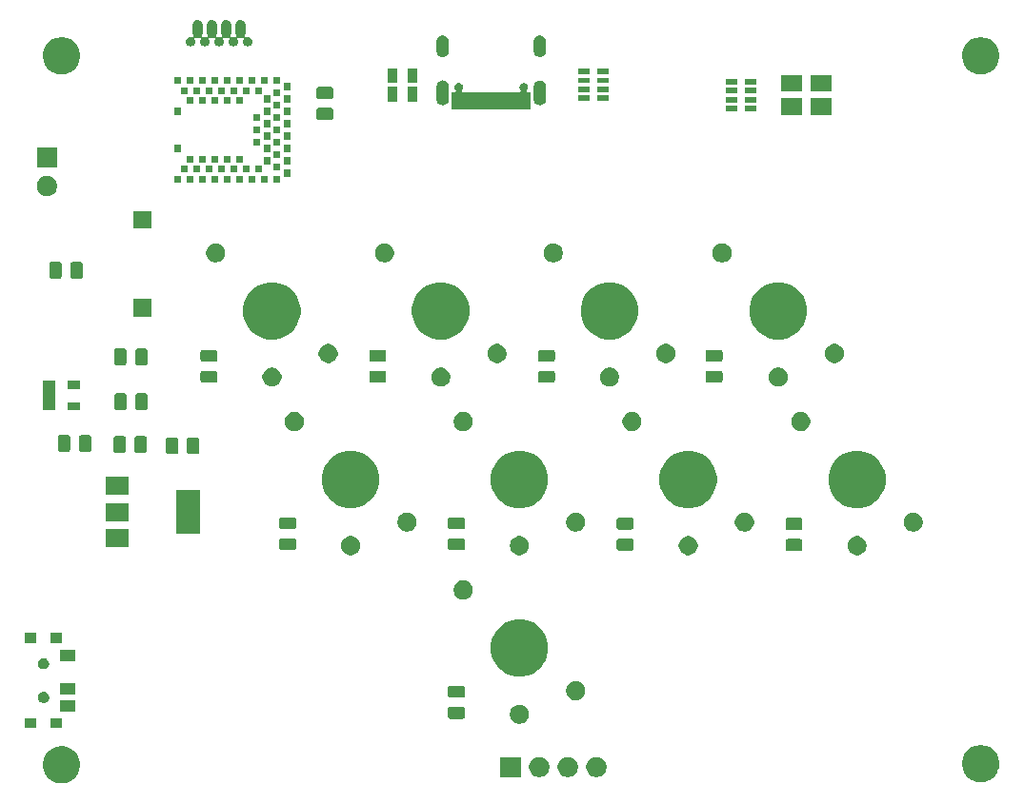
<source format=gbr>
G04 #@! TF.GenerationSoftware,KiCad,Pcbnew,5.1.5*
G04 #@! TF.CreationDate,2020-06-22T22:24:33-05:00*
G04 #@! TF.ProjectId,TwitterKeyboard,54776974-7465-4724-9b65-79626f617264,rev?*
G04 #@! TF.SameCoordinates,Original*
G04 #@! TF.FileFunction,Soldermask,Top*
G04 #@! TF.FilePolarity,Negative*
%FSLAX46Y46*%
G04 Gerber Fmt 4.6, Leading zero omitted, Abs format (unit mm)*
G04 Created by KiCad (PCBNEW 5.1.5) date 2020-06-22 22:24:33*
%MOMM*%
%LPD*%
G04 APERTURE LIST*
%ADD10C,0.100000*%
G04 APERTURE END LIST*
D10*
G36*
X90975256Y-105691298D02*
G01*
X91081579Y-105712447D01*
X91382042Y-105836903D01*
X91652451Y-106017585D01*
X91882415Y-106247549D01*
X92063097Y-106517958D01*
X92179984Y-106800147D01*
X92187553Y-106818422D01*
X92251000Y-107137389D01*
X92251000Y-107462611D01*
X92187553Y-107781578D01*
X92066282Y-108074354D01*
X92063097Y-108082042D01*
X91882415Y-108352451D01*
X91652451Y-108582415D01*
X91382042Y-108763097D01*
X91081579Y-108887553D01*
X90975256Y-108908702D01*
X90762611Y-108951000D01*
X90437389Y-108951000D01*
X90224744Y-108908702D01*
X90118421Y-108887553D01*
X89817958Y-108763097D01*
X89547549Y-108582415D01*
X89317585Y-108352451D01*
X89136903Y-108082042D01*
X89133719Y-108074354D01*
X89012447Y-107781578D01*
X88949000Y-107462611D01*
X88949000Y-107137389D01*
X89012447Y-106818422D01*
X89020017Y-106800147D01*
X89136903Y-106517958D01*
X89317585Y-106247549D01*
X89547549Y-106017585D01*
X89817958Y-105836903D01*
X90118421Y-105712447D01*
X90224744Y-105691298D01*
X90437389Y-105649000D01*
X90762611Y-105649000D01*
X90975256Y-105691298D01*
G37*
G36*
X172675256Y-105591298D02*
G01*
X172781579Y-105612447D01*
X173082042Y-105736903D01*
X173352451Y-105917585D01*
X173582415Y-106147549D01*
X173582416Y-106147551D01*
X173763098Y-106417960D01*
X173887553Y-106718422D01*
X173951000Y-107037389D01*
X173951000Y-107362611D01*
X173908702Y-107575256D01*
X173887553Y-107681579D01*
X173799550Y-107894037D01*
X173785987Y-107926782D01*
X173763097Y-107982042D01*
X173582415Y-108252451D01*
X173352451Y-108482415D01*
X173082042Y-108663097D01*
X172781579Y-108787553D01*
X172675256Y-108808702D01*
X172462611Y-108851000D01*
X172137389Y-108851000D01*
X171924744Y-108808702D01*
X171818421Y-108787553D01*
X171517958Y-108663097D01*
X171247549Y-108482415D01*
X171017585Y-108252451D01*
X170836903Y-107982042D01*
X170814014Y-107926782D01*
X170800450Y-107894037D01*
X170712447Y-107681579D01*
X170691298Y-107575256D01*
X170649000Y-107362611D01*
X170649000Y-107037389D01*
X170712447Y-106718422D01*
X170836902Y-106417960D01*
X171017584Y-106147551D01*
X171017585Y-106147549D01*
X171247549Y-105917585D01*
X171517958Y-105736903D01*
X171818421Y-105612447D01*
X171924744Y-105591298D01*
X172137389Y-105549000D01*
X172462611Y-105549000D01*
X172675256Y-105591298D01*
G37*
G36*
X138253512Y-106603927D02*
G01*
X138402812Y-106633624D01*
X138566784Y-106701544D01*
X138714354Y-106800147D01*
X138839853Y-106925646D01*
X138938456Y-107073216D01*
X139006376Y-107237188D01*
X139041000Y-107411259D01*
X139041000Y-107588741D01*
X139006376Y-107762812D01*
X138938456Y-107926784D01*
X138839853Y-108074354D01*
X138714354Y-108199853D01*
X138566784Y-108298456D01*
X138402812Y-108366376D01*
X138253512Y-108396073D01*
X138228742Y-108401000D01*
X138051258Y-108401000D01*
X138026488Y-108396073D01*
X137877188Y-108366376D01*
X137713216Y-108298456D01*
X137565646Y-108199853D01*
X137440147Y-108074354D01*
X137341544Y-107926784D01*
X137273624Y-107762812D01*
X137239000Y-107588741D01*
X137239000Y-107411259D01*
X137273624Y-107237188D01*
X137341544Y-107073216D01*
X137440147Y-106925646D01*
X137565646Y-106800147D01*
X137713216Y-106701544D01*
X137877188Y-106633624D01*
X138026488Y-106603927D01*
X138051258Y-106599000D01*
X138228742Y-106599000D01*
X138253512Y-106603927D01*
G37*
G36*
X135713512Y-106603927D02*
G01*
X135862812Y-106633624D01*
X136026784Y-106701544D01*
X136174354Y-106800147D01*
X136299853Y-106925646D01*
X136398456Y-107073216D01*
X136466376Y-107237188D01*
X136501000Y-107411259D01*
X136501000Y-107588741D01*
X136466376Y-107762812D01*
X136398456Y-107926784D01*
X136299853Y-108074354D01*
X136174354Y-108199853D01*
X136026784Y-108298456D01*
X135862812Y-108366376D01*
X135713512Y-108396073D01*
X135688742Y-108401000D01*
X135511258Y-108401000D01*
X135486488Y-108396073D01*
X135337188Y-108366376D01*
X135173216Y-108298456D01*
X135025646Y-108199853D01*
X134900147Y-108074354D01*
X134801544Y-107926784D01*
X134733624Y-107762812D01*
X134699000Y-107588741D01*
X134699000Y-107411259D01*
X134733624Y-107237188D01*
X134801544Y-107073216D01*
X134900147Y-106925646D01*
X135025646Y-106800147D01*
X135173216Y-106701544D01*
X135337188Y-106633624D01*
X135486488Y-106603927D01*
X135511258Y-106599000D01*
X135688742Y-106599000D01*
X135713512Y-106603927D01*
G37*
G36*
X131421000Y-108401000D02*
G01*
X129619000Y-108401000D01*
X129619000Y-106599000D01*
X131421000Y-106599000D01*
X131421000Y-108401000D01*
G37*
G36*
X133173512Y-106603927D02*
G01*
X133322812Y-106633624D01*
X133486784Y-106701544D01*
X133634354Y-106800147D01*
X133759853Y-106925646D01*
X133858456Y-107073216D01*
X133926376Y-107237188D01*
X133961000Y-107411259D01*
X133961000Y-107588741D01*
X133926376Y-107762812D01*
X133858456Y-107926784D01*
X133759853Y-108074354D01*
X133634354Y-108199853D01*
X133486784Y-108298456D01*
X133322812Y-108366376D01*
X133173512Y-108396073D01*
X133148742Y-108401000D01*
X132971258Y-108401000D01*
X132946488Y-108396073D01*
X132797188Y-108366376D01*
X132633216Y-108298456D01*
X132485646Y-108199853D01*
X132360147Y-108074354D01*
X132261544Y-107926784D01*
X132193624Y-107762812D01*
X132159000Y-107588741D01*
X132159000Y-107411259D01*
X132193624Y-107237188D01*
X132261544Y-107073216D01*
X132360147Y-106925646D01*
X132485646Y-106800147D01*
X132633216Y-106701544D01*
X132797188Y-106633624D01*
X132946488Y-106603927D01*
X132971258Y-106599000D01*
X133148742Y-106599000D01*
X133173512Y-106603927D01*
G37*
G36*
X90651000Y-104051000D02*
G01*
X89649000Y-104051000D01*
X89649000Y-103149000D01*
X90651000Y-103149000D01*
X90651000Y-104051000D01*
G37*
G36*
X88351000Y-104051000D02*
G01*
X87349000Y-104051000D01*
X87349000Y-103149000D01*
X88351000Y-103149000D01*
X88351000Y-104051000D01*
G37*
G36*
X131548228Y-101981703D02*
G01*
X131703100Y-102045853D01*
X131842481Y-102138985D01*
X131961015Y-102257519D01*
X132054147Y-102396900D01*
X132118297Y-102551772D01*
X132151000Y-102716184D01*
X132151000Y-102883816D01*
X132118297Y-103048228D01*
X132054147Y-103203100D01*
X131961015Y-103342481D01*
X131842481Y-103461015D01*
X131703100Y-103554147D01*
X131548228Y-103618297D01*
X131383816Y-103651000D01*
X131216184Y-103651000D01*
X131051772Y-103618297D01*
X130896900Y-103554147D01*
X130757519Y-103461015D01*
X130638985Y-103342481D01*
X130545853Y-103203100D01*
X130481703Y-103048228D01*
X130449000Y-102883816D01*
X130449000Y-102716184D01*
X130481703Y-102551772D01*
X130545853Y-102396900D01*
X130638985Y-102257519D01*
X130757519Y-102138985D01*
X130896900Y-102045853D01*
X131051772Y-101981703D01*
X131216184Y-101949000D01*
X131383816Y-101949000D01*
X131548228Y-101981703D01*
G37*
G36*
X126284468Y-102141065D02*
G01*
X126323138Y-102152796D01*
X126358777Y-102171846D01*
X126390017Y-102197483D01*
X126415654Y-102228723D01*
X126434704Y-102264362D01*
X126446435Y-102303032D01*
X126451000Y-102349388D01*
X126451000Y-103000612D01*
X126446435Y-103046968D01*
X126434704Y-103085638D01*
X126415654Y-103121277D01*
X126390017Y-103152517D01*
X126358777Y-103178154D01*
X126323138Y-103197204D01*
X126284468Y-103208935D01*
X126238112Y-103213500D01*
X125161888Y-103213500D01*
X125115532Y-103208935D01*
X125076862Y-103197204D01*
X125041223Y-103178154D01*
X125009983Y-103152517D01*
X124984346Y-103121277D01*
X124965296Y-103085638D01*
X124953565Y-103046968D01*
X124949000Y-103000612D01*
X124949000Y-102349388D01*
X124953565Y-102303032D01*
X124965296Y-102264362D01*
X124984346Y-102228723D01*
X125009983Y-102197483D01*
X125041223Y-102171846D01*
X125076862Y-102152796D01*
X125115532Y-102141065D01*
X125161888Y-102136500D01*
X126238112Y-102136500D01*
X126284468Y-102141065D01*
G37*
G36*
X91801000Y-102551000D02*
G01*
X90449000Y-102551000D01*
X90449000Y-101549000D01*
X91801000Y-101549000D01*
X91801000Y-102551000D01*
G37*
G36*
X89097740Y-100808626D02*
G01*
X89146136Y-100818253D01*
X89183902Y-100833896D01*
X89237311Y-100856019D01*
X89237312Y-100856020D01*
X89319369Y-100910848D01*
X89389152Y-100980631D01*
X89389153Y-100980633D01*
X89443981Y-101062689D01*
X89466104Y-101116098D01*
X89481747Y-101153864D01*
X89501000Y-101250656D01*
X89501000Y-101349344D01*
X89481747Y-101446136D01*
X89478428Y-101454148D01*
X89443981Y-101537311D01*
X89434834Y-101551000D01*
X89389152Y-101619369D01*
X89319369Y-101689152D01*
X89278062Y-101716752D01*
X89237311Y-101743981D01*
X89183902Y-101766104D01*
X89146136Y-101781747D01*
X89097740Y-101791373D01*
X89049345Y-101801000D01*
X88950655Y-101801000D01*
X88902260Y-101791373D01*
X88853864Y-101781747D01*
X88816098Y-101766104D01*
X88762689Y-101743981D01*
X88721938Y-101716752D01*
X88680631Y-101689152D01*
X88610848Y-101619369D01*
X88565166Y-101551000D01*
X88556019Y-101537311D01*
X88521572Y-101454148D01*
X88518253Y-101446136D01*
X88499000Y-101349344D01*
X88499000Y-101250656D01*
X88518253Y-101153864D01*
X88533896Y-101116098D01*
X88556019Y-101062689D01*
X88610847Y-100980633D01*
X88610848Y-100980631D01*
X88680631Y-100910848D01*
X88762688Y-100856020D01*
X88762689Y-100856019D01*
X88816098Y-100833896D01*
X88853864Y-100818253D01*
X88902260Y-100808626D01*
X88950655Y-100799000D01*
X89049345Y-100799000D01*
X89097740Y-100808626D01*
G37*
G36*
X136548228Y-99881703D02*
G01*
X136703100Y-99945853D01*
X136842481Y-100038985D01*
X136961015Y-100157519D01*
X137054147Y-100296900D01*
X137118297Y-100451772D01*
X137151000Y-100616184D01*
X137151000Y-100783816D01*
X137118297Y-100948228D01*
X137054147Y-101103100D01*
X136961015Y-101242481D01*
X136842481Y-101361015D01*
X136703100Y-101454147D01*
X136548228Y-101518297D01*
X136383816Y-101551000D01*
X136216184Y-101551000D01*
X136051772Y-101518297D01*
X135896900Y-101454147D01*
X135757519Y-101361015D01*
X135638985Y-101242481D01*
X135545853Y-101103100D01*
X135481703Y-100948228D01*
X135449000Y-100783816D01*
X135449000Y-100616184D01*
X135481703Y-100451772D01*
X135545853Y-100296900D01*
X135638985Y-100157519D01*
X135757519Y-100038985D01*
X135896900Y-99945853D01*
X136051772Y-99881703D01*
X136216184Y-99849000D01*
X136383816Y-99849000D01*
X136548228Y-99881703D01*
G37*
G36*
X126284468Y-100266065D02*
G01*
X126323138Y-100277796D01*
X126358777Y-100296846D01*
X126390017Y-100322483D01*
X126415654Y-100353723D01*
X126434704Y-100389362D01*
X126446435Y-100428032D01*
X126451000Y-100474388D01*
X126451000Y-101125612D01*
X126446435Y-101171968D01*
X126434704Y-101210638D01*
X126415654Y-101246277D01*
X126390017Y-101277517D01*
X126358777Y-101303154D01*
X126323138Y-101322204D01*
X126284468Y-101333935D01*
X126238112Y-101338500D01*
X125161888Y-101338500D01*
X125115532Y-101333935D01*
X125076862Y-101322204D01*
X125041223Y-101303154D01*
X125009983Y-101277517D01*
X124984346Y-101246277D01*
X124965296Y-101210638D01*
X124953565Y-101171968D01*
X124949000Y-101125612D01*
X124949000Y-100474388D01*
X124953565Y-100428032D01*
X124965296Y-100389362D01*
X124984346Y-100353723D01*
X125009983Y-100322483D01*
X125041223Y-100296846D01*
X125076862Y-100277796D01*
X125115532Y-100266065D01*
X125161888Y-100261500D01*
X126238112Y-100261500D01*
X126284468Y-100266065D01*
G37*
G36*
X91801000Y-101051000D02*
G01*
X90449000Y-101051000D01*
X90449000Y-100049000D01*
X91801000Y-100049000D01*
X91801000Y-101051000D01*
G37*
G36*
X132044098Y-94447033D02*
G01*
X132508350Y-94639332D01*
X132508352Y-94639333D01*
X132926168Y-94918509D01*
X133281491Y-95273832D01*
X133560667Y-95691648D01*
X133560668Y-95691650D01*
X133752967Y-96155902D01*
X133851000Y-96648747D01*
X133851000Y-97151253D01*
X133752967Y-97644098D01*
X133613571Y-97980631D01*
X133560667Y-98108352D01*
X133281491Y-98526168D01*
X132926168Y-98881491D01*
X132508352Y-99160667D01*
X132508351Y-99160668D01*
X132508350Y-99160668D01*
X132044098Y-99352967D01*
X131551253Y-99451000D01*
X131048747Y-99451000D01*
X130555902Y-99352967D01*
X130091650Y-99160668D01*
X130091649Y-99160668D01*
X130091648Y-99160667D01*
X129673832Y-98881491D01*
X129318509Y-98526168D01*
X129039333Y-98108352D01*
X128986429Y-97980631D01*
X128847033Y-97644098D01*
X128749000Y-97151253D01*
X128749000Y-96648747D01*
X128847033Y-96155902D01*
X129039332Y-95691650D01*
X129039333Y-95691648D01*
X129318509Y-95273832D01*
X129673832Y-94918509D01*
X130091648Y-94639333D01*
X130091650Y-94639332D01*
X130555902Y-94447033D01*
X131048747Y-94349000D01*
X131551253Y-94349000D01*
X132044098Y-94447033D01*
G37*
G36*
X89097740Y-97808627D02*
G01*
X89146136Y-97818253D01*
X89183902Y-97833896D01*
X89237311Y-97856019D01*
X89237312Y-97856020D01*
X89319369Y-97910848D01*
X89389152Y-97980631D01*
X89389153Y-97980633D01*
X89443981Y-98062689D01*
X89481747Y-98153865D01*
X89501000Y-98250655D01*
X89501000Y-98349345D01*
X89481747Y-98446135D01*
X89443981Y-98537311D01*
X89443980Y-98537312D01*
X89389152Y-98619369D01*
X89319369Y-98689152D01*
X89278062Y-98716752D01*
X89237311Y-98743981D01*
X89183902Y-98766104D01*
X89146136Y-98781747D01*
X89097740Y-98791373D01*
X89049345Y-98801000D01*
X88950655Y-98801000D01*
X88902260Y-98791374D01*
X88853864Y-98781747D01*
X88816098Y-98766104D01*
X88762689Y-98743981D01*
X88721938Y-98716752D01*
X88680631Y-98689152D01*
X88610848Y-98619369D01*
X88556020Y-98537312D01*
X88556019Y-98537311D01*
X88518253Y-98446135D01*
X88499000Y-98349345D01*
X88499000Y-98250655D01*
X88518253Y-98153865D01*
X88556019Y-98062689D01*
X88610847Y-97980633D01*
X88610848Y-97980631D01*
X88680631Y-97910848D01*
X88762688Y-97856020D01*
X88762689Y-97856019D01*
X88816098Y-97833896D01*
X88853864Y-97818253D01*
X88902260Y-97808627D01*
X88950655Y-97799000D01*
X89049345Y-97799000D01*
X89097740Y-97808627D01*
G37*
G36*
X91801000Y-98051000D02*
G01*
X90449000Y-98051000D01*
X90449000Y-97049000D01*
X91801000Y-97049000D01*
X91801000Y-98051000D01*
G37*
G36*
X88351000Y-96451000D02*
G01*
X87349000Y-96451000D01*
X87349000Y-95549000D01*
X88351000Y-95549000D01*
X88351000Y-96451000D01*
G37*
G36*
X90651000Y-96441000D02*
G01*
X89649000Y-96441000D01*
X89649000Y-95539000D01*
X90651000Y-95539000D01*
X90651000Y-96441000D01*
G37*
G36*
X126548228Y-90931703D02*
G01*
X126703100Y-90995853D01*
X126842481Y-91088985D01*
X126961015Y-91207519D01*
X127054147Y-91346900D01*
X127118297Y-91501772D01*
X127151000Y-91666184D01*
X127151000Y-91833816D01*
X127118297Y-91998228D01*
X127054147Y-92153100D01*
X126961015Y-92292481D01*
X126842481Y-92411015D01*
X126703100Y-92504147D01*
X126548228Y-92568297D01*
X126383816Y-92601000D01*
X126216184Y-92601000D01*
X126051772Y-92568297D01*
X125896900Y-92504147D01*
X125757519Y-92411015D01*
X125638985Y-92292481D01*
X125545853Y-92153100D01*
X125481703Y-91998228D01*
X125449000Y-91833816D01*
X125449000Y-91666184D01*
X125481703Y-91501772D01*
X125545853Y-91346900D01*
X125638985Y-91207519D01*
X125757519Y-91088985D01*
X125896900Y-90995853D01*
X126051772Y-90931703D01*
X126216184Y-90899000D01*
X126383816Y-90899000D01*
X126548228Y-90931703D01*
G37*
G36*
X116548228Y-86981703D02*
G01*
X116703100Y-87045853D01*
X116842481Y-87138985D01*
X116961015Y-87257519D01*
X117054147Y-87396900D01*
X117118297Y-87551772D01*
X117151000Y-87716184D01*
X117151000Y-87883816D01*
X117118297Y-88048228D01*
X117054147Y-88203100D01*
X116961015Y-88342481D01*
X116842481Y-88461015D01*
X116703100Y-88554147D01*
X116548228Y-88618297D01*
X116383816Y-88651000D01*
X116216184Y-88651000D01*
X116051772Y-88618297D01*
X115896900Y-88554147D01*
X115757519Y-88461015D01*
X115638985Y-88342481D01*
X115545853Y-88203100D01*
X115481703Y-88048228D01*
X115449000Y-87883816D01*
X115449000Y-87716184D01*
X115481703Y-87551772D01*
X115545853Y-87396900D01*
X115638985Y-87257519D01*
X115757519Y-87138985D01*
X115896900Y-87045853D01*
X116051772Y-86981703D01*
X116216184Y-86949000D01*
X116383816Y-86949000D01*
X116548228Y-86981703D01*
G37*
G36*
X146548228Y-86981703D02*
G01*
X146703100Y-87045853D01*
X146842481Y-87138985D01*
X146961015Y-87257519D01*
X147054147Y-87396900D01*
X147118297Y-87551772D01*
X147151000Y-87716184D01*
X147151000Y-87883816D01*
X147118297Y-88048228D01*
X147054147Y-88203100D01*
X146961015Y-88342481D01*
X146842481Y-88461015D01*
X146703100Y-88554147D01*
X146548228Y-88618297D01*
X146383816Y-88651000D01*
X146216184Y-88651000D01*
X146051772Y-88618297D01*
X145896900Y-88554147D01*
X145757519Y-88461015D01*
X145638985Y-88342481D01*
X145545853Y-88203100D01*
X145481703Y-88048228D01*
X145449000Y-87883816D01*
X145449000Y-87716184D01*
X145481703Y-87551772D01*
X145545853Y-87396900D01*
X145638985Y-87257519D01*
X145757519Y-87138985D01*
X145896900Y-87045853D01*
X146051772Y-86981703D01*
X146216184Y-86949000D01*
X146383816Y-86949000D01*
X146548228Y-86981703D01*
G37*
G36*
X161548228Y-86981703D02*
G01*
X161703100Y-87045853D01*
X161842481Y-87138985D01*
X161961015Y-87257519D01*
X162054147Y-87396900D01*
X162118297Y-87551772D01*
X162151000Y-87716184D01*
X162151000Y-87883816D01*
X162118297Y-88048228D01*
X162054147Y-88203100D01*
X161961015Y-88342481D01*
X161842481Y-88461015D01*
X161703100Y-88554147D01*
X161548228Y-88618297D01*
X161383816Y-88651000D01*
X161216184Y-88651000D01*
X161051772Y-88618297D01*
X160896900Y-88554147D01*
X160757519Y-88461015D01*
X160638985Y-88342481D01*
X160545853Y-88203100D01*
X160481703Y-88048228D01*
X160449000Y-87883816D01*
X160449000Y-87716184D01*
X160481703Y-87551772D01*
X160545853Y-87396900D01*
X160638985Y-87257519D01*
X160757519Y-87138985D01*
X160896900Y-87045853D01*
X161051772Y-86981703D01*
X161216184Y-86949000D01*
X161383816Y-86949000D01*
X161548228Y-86981703D01*
G37*
G36*
X131548228Y-86981703D02*
G01*
X131703100Y-87045853D01*
X131842481Y-87138985D01*
X131961015Y-87257519D01*
X132054147Y-87396900D01*
X132118297Y-87551772D01*
X132151000Y-87716184D01*
X132151000Y-87883816D01*
X132118297Y-88048228D01*
X132054147Y-88203100D01*
X131961015Y-88342481D01*
X131842481Y-88461015D01*
X131703100Y-88554147D01*
X131548228Y-88618297D01*
X131383816Y-88651000D01*
X131216184Y-88651000D01*
X131051772Y-88618297D01*
X130896900Y-88554147D01*
X130757519Y-88461015D01*
X130638985Y-88342481D01*
X130545853Y-88203100D01*
X130481703Y-88048228D01*
X130449000Y-87883816D01*
X130449000Y-87716184D01*
X130481703Y-87551772D01*
X130545853Y-87396900D01*
X130638985Y-87257519D01*
X130757519Y-87138985D01*
X130896900Y-87045853D01*
X131051772Y-86981703D01*
X131216184Y-86949000D01*
X131383816Y-86949000D01*
X131548228Y-86981703D01*
G37*
G36*
X156284468Y-87203565D02*
G01*
X156323138Y-87215296D01*
X156358777Y-87234346D01*
X156390017Y-87259983D01*
X156415654Y-87291223D01*
X156434704Y-87326862D01*
X156446435Y-87365532D01*
X156451000Y-87411888D01*
X156451000Y-88063112D01*
X156446435Y-88109468D01*
X156434704Y-88148138D01*
X156415654Y-88183777D01*
X156390017Y-88215017D01*
X156358777Y-88240654D01*
X156323138Y-88259704D01*
X156284468Y-88271435D01*
X156238112Y-88276000D01*
X155161888Y-88276000D01*
X155115532Y-88271435D01*
X155076862Y-88259704D01*
X155041223Y-88240654D01*
X155009983Y-88215017D01*
X154984346Y-88183777D01*
X154965296Y-88148138D01*
X154953565Y-88109468D01*
X154949000Y-88063112D01*
X154949000Y-87411888D01*
X154953565Y-87365532D01*
X154965296Y-87326862D01*
X154984346Y-87291223D01*
X155009983Y-87259983D01*
X155041223Y-87234346D01*
X155076862Y-87215296D01*
X155115532Y-87203565D01*
X155161888Y-87199000D01*
X156238112Y-87199000D01*
X156284468Y-87203565D01*
G37*
G36*
X141284468Y-87166065D02*
G01*
X141323138Y-87177796D01*
X141358777Y-87196846D01*
X141390017Y-87222483D01*
X141415654Y-87253723D01*
X141434704Y-87289362D01*
X141446435Y-87328032D01*
X141451000Y-87374388D01*
X141451000Y-88025612D01*
X141446435Y-88071968D01*
X141434704Y-88110638D01*
X141415654Y-88146277D01*
X141390017Y-88177517D01*
X141358777Y-88203154D01*
X141323138Y-88222204D01*
X141284468Y-88233935D01*
X141238112Y-88238500D01*
X140161888Y-88238500D01*
X140115532Y-88233935D01*
X140076862Y-88222204D01*
X140041223Y-88203154D01*
X140009983Y-88177517D01*
X139984346Y-88146277D01*
X139965296Y-88110638D01*
X139953565Y-88071968D01*
X139949000Y-88025612D01*
X139949000Y-87374388D01*
X139953565Y-87328032D01*
X139965296Y-87289362D01*
X139984346Y-87253723D01*
X140009983Y-87222483D01*
X140041223Y-87196846D01*
X140076862Y-87177796D01*
X140115532Y-87166065D01*
X140161888Y-87161500D01*
X141238112Y-87161500D01*
X141284468Y-87166065D01*
G37*
G36*
X126284468Y-87141065D02*
G01*
X126323138Y-87152796D01*
X126358777Y-87171846D01*
X126390017Y-87197483D01*
X126415654Y-87228723D01*
X126434704Y-87264362D01*
X126446435Y-87303032D01*
X126451000Y-87349388D01*
X126451000Y-88000612D01*
X126446435Y-88046968D01*
X126434704Y-88085638D01*
X126415654Y-88121277D01*
X126390017Y-88152517D01*
X126358777Y-88178154D01*
X126323138Y-88197204D01*
X126284468Y-88208935D01*
X126238112Y-88213500D01*
X125161888Y-88213500D01*
X125115532Y-88208935D01*
X125076862Y-88197204D01*
X125041223Y-88178154D01*
X125009983Y-88152517D01*
X124984346Y-88121277D01*
X124965296Y-88085638D01*
X124953565Y-88046968D01*
X124949000Y-88000612D01*
X124949000Y-87349388D01*
X124953565Y-87303032D01*
X124965296Y-87264362D01*
X124984346Y-87228723D01*
X125009983Y-87197483D01*
X125041223Y-87171846D01*
X125076862Y-87152796D01*
X125115532Y-87141065D01*
X125161888Y-87136500D01*
X126238112Y-87136500D01*
X126284468Y-87141065D01*
G37*
G36*
X111284468Y-87141065D02*
G01*
X111323138Y-87152796D01*
X111358777Y-87171846D01*
X111390017Y-87197483D01*
X111415654Y-87228723D01*
X111434704Y-87264362D01*
X111446435Y-87303032D01*
X111451000Y-87349388D01*
X111451000Y-88000612D01*
X111446435Y-88046968D01*
X111434704Y-88085638D01*
X111415654Y-88121277D01*
X111390017Y-88152517D01*
X111358777Y-88178154D01*
X111323138Y-88197204D01*
X111284468Y-88208935D01*
X111238112Y-88213500D01*
X110161888Y-88213500D01*
X110115532Y-88208935D01*
X110076862Y-88197204D01*
X110041223Y-88178154D01*
X110009983Y-88152517D01*
X109984346Y-88121277D01*
X109965296Y-88085638D01*
X109953565Y-88046968D01*
X109949000Y-88000612D01*
X109949000Y-87349388D01*
X109953565Y-87303032D01*
X109965296Y-87264362D01*
X109984346Y-87228723D01*
X110009983Y-87197483D01*
X110041223Y-87171846D01*
X110076862Y-87152796D01*
X110115532Y-87141065D01*
X110161888Y-87136500D01*
X111238112Y-87136500D01*
X111284468Y-87141065D01*
G37*
G36*
X96601000Y-87901000D02*
G01*
X94499000Y-87901000D01*
X94499000Y-86299000D01*
X96601000Y-86299000D01*
X96601000Y-87901000D01*
G37*
G36*
X102901000Y-86751000D02*
G01*
X100799000Y-86751000D01*
X100799000Y-82849000D01*
X102901000Y-82849000D01*
X102901000Y-86751000D01*
G37*
G36*
X136548228Y-84881703D02*
G01*
X136703100Y-84945853D01*
X136842481Y-85038985D01*
X136961015Y-85157519D01*
X137054147Y-85296900D01*
X137118297Y-85451772D01*
X137151000Y-85616184D01*
X137151000Y-85783816D01*
X137118297Y-85948228D01*
X137054147Y-86103100D01*
X136961015Y-86242481D01*
X136842481Y-86361015D01*
X136703100Y-86454147D01*
X136548228Y-86518297D01*
X136383816Y-86551000D01*
X136216184Y-86551000D01*
X136051772Y-86518297D01*
X135896900Y-86454147D01*
X135757519Y-86361015D01*
X135638985Y-86242481D01*
X135545853Y-86103100D01*
X135481703Y-85948228D01*
X135449000Y-85783816D01*
X135449000Y-85616184D01*
X135481703Y-85451772D01*
X135545853Y-85296900D01*
X135638985Y-85157519D01*
X135757519Y-85038985D01*
X135896900Y-84945853D01*
X136051772Y-84881703D01*
X136216184Y-84849000D01*
X136383816Y-84849000D01*
X136548228Y-84881703D01*
G37*
G36*
X121548228Y-84881703D02*
G01*
X121703100Y-84945853D01*
X121842481Y-85038985D01*
X121961015Y-85157519D01*
X122054147Y-85296900D01*
X122118297Y-85451772D01*
X122151000Y-85616184D01*
X122151000Y-85783816D01*
X122118297Y-85948228D01*
X122054147Y-86103100D01*
X121961015Y-86242481D01*
X121842481Y-86361015D01*
X121703100Y-86454147D01*
X121548228Y-86518297D01*
X121383816Y-86551000D01*
X121216184Y-86551000D01*
X121051772Y-86518297D01*
X120896900Y-86454147D01*
X120757519Y-86361015D01*
X120638985Y-86242481D01*
X120545853Y-86103100D01*
X120481703Y-85948228D01*
X120449000Y-85783816D01*
X120449000Y-85616184D01*
X120481703Y-85451772D01*
X120545853Y-85296900D01*
X120638985Y-85157519D01*
X120757519Y-85038985D01*
X120896900Y-84945853D01*
X121051772Y-84881703D01*
X121216184Y-84849000D01*
X121383816Y-84849000D01*
X121548228Y-84881703D01*
G37*
G36*
X166548228Y-84881703D02*
G01*
X166703100Y-84945853D01*
X166842481Y-85038985D01*
X166961015Y-85157519D01*
X167054147Y-85296900D01*
X167118297Y-85451772D01*
X167151000Y-85616184D01*
X167151000Y-85783816D01*
X167118297Y-85948228D01*
X167054147Y-86103100D01*
X166961015Y-86242481D01*
X166842481Y-86361015D01*
X166703100Y-86454147D01*
X166548228Y-86518297D01*
X166383816Y-86551000D01*
X166216184Y-86551000D01*
X166051772Y-86518297D01*
X165896900Y-86454147D01*
X165757519Y-86361015D01*
X165638985Y-86242481D01*
X165545853Y-86103100D01*
X165481703Y-85948228D01*
X165449000Y-85783816D01*
X165449000Y-85616184D01*
X165481703Y-85451772D01*
X165545853Y-85296900D01*
X165638985Y-85157519D01*
X165757519Y-85038985D01*
X165896900Y-84945853D01*
X166051772Y-84881703D01*
X166216184Y-84849000D01*
X166383816Y-84849000D01*
X166548228Y-84881703D01*
G37*
G36*
X151548228Y-84881703D02*
G01*
X151703100Y-84945853D01*
X151842481Y-85038985D01*
X151961015Y-85157519D01*
X152054147Y-85296900D01*
X152118297Y-85451772D01*
X152151000Y-85616184D01*
X152151000Y-85783816D01*
X152118297Y-85948228D01*
X152054147Y-86103100D01*
X151961015Y-86242481D01*
X151842481Y-86361015D01*
X151703100Y-86454147D01*
X151548228Y-86518297D01*
X151383816Y-86551000D01*
X151216184Y-86551000D01*
X151051772Y-86518297D01*
X150896900Y-86454147D01*
X150757519Y-86361015D01*
X150638985Y-86242481D01*
X150545853Y-86103100D01*
X150481703Y-85948228D01*
X150449000Y-85783816D01*
X150449000Y-85616184D01*
X150481703Y-85451772D01*
X150545853Y-85296900D01*
X150638985Y-85157519D01*
X150757519Y-85038985D01*
X150896900Y-84945853D01*
X151051772Y-84881703D01*
X151216184Y-84849000D01*
X151383816Y-84849000D01*
X151548228Y-84881703D01*
G37*
G36*
X156284468Y-85328565D02*
G01*
X156323138Y-85340296D01*
X156358777Y-85359346D01*
X156390017Y-85384983D01*
X156415654Y-85416223D01*
X156434704Y-85451862D01*
X156446435Y-85490532D01*
X156451000Y-85536888D01*
X156451000Y-86188112D01*
X156446435Y-86234468D01*
X156434704Y-86273138D01*
X156415654Y-86308777D01*
X156390017Y-86340017D01*
X156358777Y-86365654D01*
X156323138Y-86384704D01*
X156284468Y-86396435D01*
X156238112Y-86401000D01*
X155161888Y-86401000D01*
X155115532Y-86396435D01*
X155076862Y-86384704D01*
X155041223Y-86365654D01*
X155009983Y-86340017D01*
X154984346Y-86308777D01*
X154965296Y-86273138D01*
X154953565Y-86234468D01*
X154949000Y-86188112D01*
X154949000Y-85536888D01*
X154953565Y-85490532D01*
X154965296Y-85451862D01*
X154984346Y-85416223D01*
X155009983Y-85384983D01*
X155041223Y-85359346D01*
X155076862Y-85340296D01*
X155115532Y-85328565D01*
X155161888Y-85324000D01*
X156238112Y-85324000D01*
X156284468Y-85328565D01*
G37*
G36*
X141284468Y-85291065D02*
G01*
X141323138Y-85302796D01*
X141358777Y-85321846D01*
X141390017Y-85347483D01*
X141415654Y-85378723D01*
X141434704Y-85414362D01*
X141446435Y-85453032D01*
X141451000Y-85499388D01*
X141451000Y-86150612D01*
X141446435Y-86196968D01*
X141434704Y-86235638D01*
X141415654Y-86271277D01*
X141390017Y-86302517D01*
X141358777Y-86328154D01*
X141323138Y-86347204D01*
X141284468Y-86358935D01*
X141238112Y-86363500D01*
X140161888Y-86363500D01*
X140115532Y-86358935D01*
X140076862Y-86347204D01*
X140041223Y-86328154D01*
X140009983Y-86302517D01*
X139984346Y-86271277D01*
X139965296Y-86235638D01*
X139953565Y-86196968D01*
X139949000Y-86150612D01*
X139949000Y-85499388D01*
X139953565Y-85453032D01*
X139965296Y-85414362D01*
X139984346Y-85378723D01*
X140009983Y-85347483D01*
X140041223Y-85321846D01*
X140076862Y-85302796D01*
X140115532Y-85291065D01*
X140161888Y-85286500D01*
X141238112Y-85286500D01*
X141284468Y-85291065D01*
G37*
G36*
X111284468Y-85266065D02*
G01*
X111323138Y-85277796D01*
X111358777Y-85296846D01*
X111390017Y-85322483D01*
X111415654Y-85353723D01*
X111434704Y-85389362D01*
X111446435Y-85428032D01*
X111451000Y-85474388D01*
X111451000Y-86125612D01*
X111446435Y-86171968D01*
X111434704Y-86210638D01*
X111415654Y-86246277D01*
X111390017Y-86277517D01*
X111358777Y-86303154D01*
X111323138Y-86322204D01*
X111284468Y-86333935D01*
X111238112Y-86338500D01*
X110161888Y-86338500D01*
X110115532Y-86333935D01*
X110076862Y-86322204D01*
X110041223Y-86303154D01*
X110009983Y-86277517D01*
X109984346Y-86246277D01*
X109965296Y-86210638D01*
X109953565Y-86171968D01*
X109949000Y-86125612D01*
X109949000Y-85474388D01*
X109953565Y-85428032D01*
X109965296Y-85389362D01*
X109984346Y-85353723D01*
X110009983Y-85322483D01*
X110041223Y-85296846D01*
X110076862Y-85277796D01*
X110115532Y-85266065D01*
X110161888Y-85261500D01*
X111238112Y-85261500D01*
X111284468Y-85266065D01*
G37*
G36*
X126284468Y-85266065D02*
G01*
X126323138Y-85277796D01*
X126358777Y-85296846D01*
X126390017Y-85322483D01*
X126415654Y-85353723D01*
X126434704Y-85389362D01*
X126446435Y-85428032D01*
X126451000Y-85474388D01*
X126451000Y-86125612D01*
X126446435Y-86171968D01*
X126434704Y-86210638D01*
X126415654Y-86246277D01*
X126390017Y-86277517D01*
X126358777Y-86303154D01*
X126323138Y-86322204D01*
X126284468Y-86333935D01*
X126238112Y-86338500D01*
X125161888Y-86338500D01*
X125115532Y-86333935D01*
X125076862Y-86322204D01*
X125041223Y-86303154D01*
X125009983Y-86277517D01*
X124984346Y-86246277D01*
X124965296Y-86210638D01*
X124953565Y-86171968D01*
X124949000Y-86125612D01*
X124949000Y-85474388D01*
X124953565Y-85428032D01*
X124965296Y-85389362D01*
X124984346Y-85353723D01*
X125009983Y-85322483D01*
X125041223Y-85296846D01*
X125076862Y-85277796D01*
X125115532Y-85266065D01*
X125161888Y-85261500D01*
X126238112Y-85261500D01*
X126284468Y-85266065D01*
G37*
G36*
X96601000Y-85601000D02*
G01*
X94499000Y-85601000D01*
X94499000Y-83999000D01*
X96601000Y-83999000D01*
X96601000Y-85601000D01*
G37*
G36*
X162044098Y-79447033D02*
G01*
X162497177Y-79634704D01*
X162508352Y-79639333D01*
X162926168Y-79918509D01*
X163281491Y-80273832D01*
X163560667Y-80691648D01*
X163560668Y-80691650D01*
X163752967Y-81155902D01*
X163851000Y-81648747D01*
X163851000Y-82151253D01*
X163752967Y-82644098D01*
X163668094Y-82849000D01*
X163560667Y-83108352D01*
X163281491Y-83526168D01*
X162926168Y-83881491D01*
X162508352Y-84160667D01*
X162508351Y-84160668D01*
X162508350Y-84160668D01*
X162044098Y-84352967D01*
X161551253Y-84451000D01*
X161048747Y-84451000D01*
X160555902Y-84352967D01*
X160091650Y-84160668D01*
X160091649Y-84160668D01*
X160091648Y-84160667D01*
X159673832Y-83881491D01*
X159318509Y-83526168D01*
X159039333Y-83108352D01*
X158931906Y-82849000D01*
X158847033Y-82644098D01*
X158749000Y-82151253D01*
X158749000Y-81648747D01*
X158847033Y-81155902D01*
X159039332Y-80691650D01*
X159039333Y-80691648D01*
X159318509Y-80273832D01*
X159673832Y-79918509D01*
X160091648Y-79639333D01*
X160102823Y-79634704D01*
X160555902Y-79447033D01*
X161048747Y-79349000D01*
X161551253Y-79349000D01*
X162044098Y-79447033D01*
G37*
G36*
X132044098Y-79447033D02*
G01*
X132497177Y-79634704D01*
X132508352Y-79639333D01*
X132926168Y-79918509D01*
X133281491Y-80273832D01*
X133560667Y-80691648D01*
X133560668Y-80691650D01*
X133752967Y-81155902D01*
X133851000Y-81648747D01*
X133851000Y-82151253D01*
X133752967Y-82644098D01*
X133668094Y-82849000D01*
X133560667Y-83108352D01*
X133281491Y-83526168D01*
X132926168Y-83881491D01*
X132508352Y-84160667D01*
X132508351Y-84160668D01*
X132508350Y-84160668D01*
X132044098Y-84352967D01*
X131551253Y-84451000D01*
X131048747Y-84451000D01*
X130555902Y-84352967D01*
X130091650Y-84160668D01*
X130091649Y-84160668D01*
X130091648Y-84160667D01*
X129673832Y-83881491D01*
X129318509Y-83526168D01*
X129039333Y-83108352D01*
X128931906Y-82849000D01*
X128847033Y-82644098D01*
X128749000Y-82151253D01*
X128749000Y-81648747D01*
X128847033Y-81155902D01*
X129039332Y-80691650D01*
X129039333Y-80691648D01*
X129318509Y-80273832D01*
X129673832Y-79918509D01*
X130091648Y-79639333D01*
X130102823Y-79634704D01*
X130555902Y-79447033D01*
X131048747Y-79349000D01*
X131551253Y-79349000D01*
X132044098Y-79447033D01*
G37*
G36*
X147044098Y-79447033D02*
G01*
X147497177Y-79634704D01*
X147508352Y-79639333D01*
X147926168Y-79918509D01*
X148281491Y-80273832D01*
X148560667Y-80691648D01*
X148560668Y-80691650D01*
X148752967Y-81155902D01*
X148851000Y-81648747D01*
X148851000Y-82151253D01*
X148752967Y-82644098D01*
X148668094Y-82849000D01*
X148560667Y-83108352D01*
X148281491Y-83526168D01*
X147926168Y-83881491D01*
X147508352Y-84160667D01*
X147508351Y-84160668D01*
X147508350Y-84160668D01*
X147044098Y-84352967D01*
X146551253Y-84451000D01*
X146048747Y-84451000D01*
X145555902Y-84352967D01*
X145091650Y-84160668D01*
X145091649Y-84160668D01*
X145091648Y-84160667D01*
X144673832Y-83881491D01*
X144318509Y-83526168D01*
X144039333Y-83108352D01*
X143931906Y-82849000D01*
X143847033Y-82644098D01*
X143749000Y-82151253D01*
X143749000Y-81648747D01*
X143847033Y-81155902D01*
X144039332Y-80691650D01*
X144039333Y-80691648D01*
X144318509Y-80273832D01*
X144673832Y-79918509D01*
X145091648Y-79639333D01*
X145102823Y-79634704D01*
X145555902Y-79447033D01*
X146048747Y-79349000D01*
X146551253Y-79349000D01*
X147044098Y-79447033D01*
G37*
G36*
X117044098Y-79447033D02*
G01*
X117497177Y-79634704D01*
X117508352Y-79639333D01*
X117926168Y-79918509D01*
X118281491Y-80273832D01*
X118560667Y-80691648D01*
X118560668Y-80691650D01*
X118752967Y-81155902D01*
X118851000Y-81648747D01*
X118851000Y-82151253D01*
X118752967Y-82644098D01*
X118668094Y-82849000D01*
X118560667Y-83108352D01*
X118281491Y-83526168D01*
X117926168Y-83881491D01*
X117508352Y-84160667D01*
X117508351Y-84160668D01*
X117508350Y-84160668D01*
X117044098Y-84352967D01*
X116551253Y-84451000D01*
X116048747Y-84451000D01*
X115555902Y-84352967D01*
X115091650Y-84160668D01*
X115091649Y-84160668D01*
X115091648Y-84160667D01*
X114673832Y-83881491D01*
X114318509Y-83526168D01*
X114039333Y-83108352D01*
X113931906Y-82849000D01*
X113847033Y-82644098D01*
X113749000Y-82151253D01*
X113749000Y-81648747D01*
X113847033Y-81155902D01*
X114039332Y-80691650D01*
X114039333Y-80691648D01*
X114318509Y-80273832D01*
X114673832Y-79918509D01*
X115091648Y-79639333D01*
X115102823Y-79634704D01*
X115555902Y-79447033D01*
X116048747Y-79349000D01*
X116551253Y-79349000D01*
X117044098Y-79447033D01*
G37*
G36*
X96601000Y-83301000D02*
G01*
X94499000Y-83301000D01*
X94499000Y-81699000D01*
X96601000Y-81699000D01*
X96601000Y-83301000D01*
G37*
G36*
X100796968Y-78153565D02*
G01*
X100835638Y-78165296D01*
X100871277Y-78184346D01*
X100902517Y-78209983D01*
X100928154Y-78241223D01*
X100947204Y-78276862D01*
X100958935Y-78315532D01*
X100963500Y-78361888D01*
X100963500Y-79438112D01*
X100958935Y-79484468D01*
X100947204Y-79523138D01*
X100928154Y-79558777D01*
X100902517Y-79590017D01*
X100871277Y-79615654D01*
X100835638Y-79634704D01*
X100796968Y-79646435D01*
X100750612Y-79651000D01*
X100099388Y-79651000D01*
X100053032Y-79646435D01*
X100014362Y-79634704D01*
X99978723Y-79615654D01*
X99947483Y-79590017D01*
X99921846Y-79558777D01*
X99902796Y-79523138D01*
X99891065Y-79484468D01*
X99886500Y-79438112D01*
X99886500Y-78361888D01*
X99891065Y-78315532D01*
X99902796Y-78276862D01*
X99921846Y-78241223D01*
X99947483Y-78209983D01*
X99978723Y-78184346D01*
X100014362Y-78165296D01*
X100053032Y-78153565D01*
X100099388Y-78149000D01*
X100750612Y-78149000D01*
X100796968Y-78153565D01*
G37*
G36*
X102671968Y-78153565D02*
G01*
X102710638Y-78165296D01*
X102746277Y-78184346D01*
X102777517Y-78209983D01*
X102803154Y-78241223D01*
X102822204Y-78276862D01*
X102833935Y-78315532D01*
X102838500Y-78361888D01*
X102838500Y-79438112D01*
X102833935Y-79484468D01*
X102822204Y-79523138D01*
X102803154Y-79558777D01*
X102777517Y-79590017D01*
X102746277Y-79615654D01*
X102710638Y-79634704D01*
X102671968Y-79646435D01*
X102625612Y-79651000D01*
X101974388Y-79651000D01*
X101928032Y-79646435D01*
X101889362Y-79634704D01*
X101853723Y-79615654D01*
X101822483Y-79590017D01*
X101796846Y-79558777D01*
X101777796Y-79523138D01*
X101766065Y-79484468D01*
X101761500Y-79438112D01*
X101761500Y-78361888D01*
X101766065Y-78315532D01*
X101777796Y-78276862D01*
X101796846Y-78241223D01*
X101822483Y-78209983D01*
X101853723Y-78184346D01*
X101889362Y-78165296D01*
X101928032Y-78153565D01*
X101974388Y-78149000D01*
X102625612Y-78149000D01*
X102671968Y-78153565D01*
G37*
G36*
X98009468Y-78053565D02*
G01*
X98048138Y-78065296D01*
X98083777Y-78084346D01*
X98115017Y-78109983D01*
X98140654Y-78141223D01*
X98159704Y-78176862D01*
X98171435Y-78215532D01*
X98176000Y-78261888D01*
X98176000Y-79338112D01*
X98171435Y-79384468D01*
X98159704Y-79423138D01*
X98140654Y-79458777D01*
X98115017Y-79490017D01*
X98083777Y-79515654D01*
X98048138Y-79534704D01*
X98009468Y-79546435D01*
X97963112Y-79551000D01*
X97311888Y-79551000D01*
X97265532Y-79546435D01*
X97226862Y-79534704D01*
X97191223Y-79515654D01*
X97159983Y-79490017D01*
X97134346Y-79458777D01*
X97115296Y-79423138D01*
X97103565Y-79384468D01*
X97099000Y-79338112D01*
X97099000Y-78261888D01*
X97103565Y-78215532D01*
X97115296Y-78176862D01*
X97134346Y-78141223D01*
X97159983Y-78109983D01*
X97191223Y-78084346D01*
X97226862Y-78065296D01*
X97265532Y-78053565D01*
X97311888Y-78049000D01*
X97963112Y-78049000D01*
X98009468Y-78053565D01*
G37*
G36*
X96134468Y-78053565D02*
G01*
X96173138Y-78065296D01*
X96208777Y-78084346D01*
X96240017Y-78109983D01*
X96265654Y-78141223D01*
X96284704Y-78176862D01*
X96296435Y-78215532D01*
X96301000Y-78261888D01*
X96301000Y-79338112D01*
X96296435Y-79384468D01*
X96284704Y-79423138D01*
X96265654Y-79458777D01*
X96240017Y-79490017D01*
X96208777Y-79515654D01*
X96173138Y-79534704D01*
X96134468Y-79546435D01*
X96088112Y-79551000D01*
X95436888Y-79551000D01*
X95390532Y-79546435D01*
X95351862Y-79534704D01*
X95316223Y-79515654D01*
X95284983Y-79490017D01*
X95259346Y-79458777D01*
X95240296Y-79423138D01*
X95228565Y-79384468D01*
X95224000Y-79338112D01*
X95224000Y-78261888D01*
X95228565Y-78215532D01*
X95240296Y-78176862D01*
X95259346Y-78141223D01*
X95284983Y-78109983D01*
X95316223Y-78084346D01*
X95351862Y-78065296D01*
X95390532Y-78053565D01*
X95436888Y-78049000D01*
X96088112Y-78049000D01*
X96134468Y-78053565D01*
G37*
G36*
X93071968Y-77953565D02*
G01*
X93110638Y-77965296D01*
X93146277Y-77984346D01*
X93177517Y-78009983D01*
X93203154Y-78041223D01*
X93222204Y-78076862D01*
X93233935Y-78115532D01*
X93238500Y-78161888D01*
X93238500Y-79238112D01*
X93233935Y-79284468D01*
X93222204Y-79323138D01*
X93203154Y-79358777D01*
X93177517Y-79390017D01*
X93146277Y-79415654D01*
X93110638Y-79434704D01*
X93071968Y-79446435D01*
X93025612Y-79451000D01*
X92374388Y-79451000D01*
X92328032Y-79446435D01*
X92289362Y-79434704D01*
X92253723Y-79415654D01*
X92222483Y-79390017D01*
X92196846Y-79358777D01*
X92177796Y-79323138D01*
X92166065Y-79284468D01*
X92161500Y-79238112D01*
X92161500Y-78161888D01*
X92166065Y-78115532D01*
X92177796Y-78076862D01*
X92196846Y-78041223D01*
X92222483Y-78009983D01*
X92253723Y-77984346D01*
X92289362Y-77965296D01*
X92328032Y-77953565D01*
X92374388Y-77949000D01*
X93025612Y-77949000D01*
X93071968Y-77953565D01*
G37*
G36*
X91196968Y-77953565D02*
G01*
X91235638Y-77965296D01*
X91271277Y-77984346D01*
X91302517Y-78009983D01*
X91328154Y-78041223D01*
X91347204Y-78076862D01*
X91358935Y-78115532D01*
X91363500Y-78161888D01*
X91363500Y-79238112D01*
X91358935Y-79284468D01*
X91347204Y-79323138D01*
X91328154Y-79358777D01*
X91302517Y-79390017D01*
X91271277Y-79415654D01*
X91235638Y-79434704D01*
X91196968Y-79446435D01*
X91150612Y-79451000D01*
X90499388Y-79451000D01*
X90453032Y-79446435D01*
X90414362Y-79434704D01*
X90378723Y-79415654D01*
X90347483Y-79390017D01*
X90321846Y-79358777D01*
X90302796Y-79323138D01*
X90291065Y-79284468D01*
X90286500Y-79238112D01*
X90286500Y-78161888D01*
X90291065Y-78115532D01*
X90302796Y-78076862D01*
X90321846Y-78041223D01*
X90347483Y-78009983D01*
X90378723Y-77984346D01*
X90414362Y-77965296D01*
X90453032Y-77953565D01*
X90499388Y-77949000D01*
X91150612Y-77949000D01*
X91196968Y-77953565D01*
G37*
G36*
X126548228Y-75931703D02*
G01*
X126703100Y-75995853D01*
X126842481Y-76088985D01*
X126961015Y-76207519D01*
X127054147Y-76346900D01*
X127118297Y-76501772D01*
X127151000Y-76666184D01*
X127151000Y-76833816D01*
X127118297Y-76998228D01*
X127054147Y-77153100D01*
X126961015Y-77292481D01*
X126842481Y-77411015D01*
X126703100Y-77504147D01*
X126548228Y-77568297D01*
X126383816Y-77601000D01*
X126216184Y-77601000D01*
X126051772Y-77568297D01*
X125896900Y-77504147D01*
X125757519Y-77411015D01*
X125638985Y-77292481D01*
X125545853Y-77153100D01*
X125481703Y-76998228D01*
X125449000Y-76833816D01*
X125449000Y-76666184D01*
X125481703Y-76501772D01*
X125545853Y-76346900D01*
X125638985Y-76207519D01*
X125757519Y-76088985D01*
X125896900Y-75995853D01*
X126051772Y-75931703D01*
X126216184Y-75899000D01*
X126383816Y-75899000D01*
X126548228Y-75931703D01*
G37*
G36*
X156548228Y-75931703D02*
G01*
X156703100Y-75995853D01*
X156842481Y-76088985D01*
X156961015Y-76207519D01*
X157054147Y-76346900D01*
X157118297Y-76501772D01*
X157151000Y-76666184D01*
X157151000Y-76833816D01*
X157118297Y-76998228D01*
X157054147Y-77153100D01*
X156961015Y-77292481D01*
X156842481Y-77411015D01*
X156703100Y-77504147D01*
X156548228Y-77568297D01*
X156383816Y-77601000D01*
X156216184Y-77601000D01*
X156051772Y-77568297D01*
X155896900Y-77504147D01*
X155757519Y-77411015D01*
X155638985Y-77292481D01*
X155545853Y-77153100D01*
X155481703Y-76998228D01*
X155449000Y-76833816D01*
X155449000Y-76666184D01*
X155481703Y-76501772D01*
X155545853Y-76346900D01*
X155638985Y-76207519D01*
X155757519Y-76088985D01*
X155896900Y-75995853D01*
X156051772Y-75931703D01*
X156216184Y-75899000D01*
X156383816Y-75899000D01*
X156548228Y-75931703D01*
G37*
G36*
X141548228Y-75931703D02*
G01*
X141703100Y-75995853D01*
X141842481Y-76088985D01*
X141961015Y-76207519D01*
X142054147Y-76346900D01*
X142118297Y-76501772D01*
X142151000Y-76666184D01*
X142151000Y-76833816D01*
X142118297Y-76998228D01*
X142054147Y-77153100D01*
X141961015Y-77292481D01*
X141842481Y-77411015D01*
X141703100Y-77504147D01*
X141548228Y-77568297D01*
X141383816Y-77601000D01*
X141216184Y-77601000D01*
X141051772Y-77568297D01*
X140896900Y-77504147D01*
X140757519Y-77411015D01*
X140638985Y-77292481D01*
X140545853Y-77153100D01*
X140481703Y-76998228D01*
X140449000Y-76833816D01*
X140449000Y-76666184D01*
X140481703Y-76501772D01*
X140545853Y-76346900D01*
X140638985Y-76207519D01*
X140757519Y-76088985D01*
X140896900Y-75995853D01*
X141051772Y-75931703D01*
X141216184Y-75899000D01*
X141383816Y-75899000D01*
X141548228Y-75931703D01*
G37*
G36*
X111548228Y-75931703D02*
G01*
X111703100Y-75995853D01*
X111842481Y-76088985D01*
X111961015Y-76207519D01*
X112054147Y-76346900D01*
X112118297Y-76501772D01*
X112151000Y-76666184D01*
X112151000Y-76833816D01*
X112118297Y-76998228D01*
X112054147Y-77153100D01*
X111961015Y-77292481D01*
X111842481Y-77411015D01*
X111703100Y-77504147D01*
X111548228Y-77568297D01*
X111383816Y-77601000D01*
X111216184Y-77601000D01*
X111051772Y-77568297D01*
X110896900Y-77504147D01*
X110757519Y-77411015D01*
X110638985Y-77292481D01*
X110545853Y-77153100D01*
X110481703Y-76998228D01*
X110449000Y-76833816D01*
X110449000Y-76666184D01*
X110481703Y-76501772D01*
X110545853Y-76346900D01*
X110638985Y-76207519D01*
X110757519Y-76088985D01*
X110896900Y-75995853D01*
X111051772Y-75931703D01*
X111216184Y-75899000D01*
X111383816Y-75899000D01*
X111548228Y-75931703D01*
G37*
G36*
X90081000Y-75776000D02*
G01*
X88919000Y-75776000D01*
X88919000Y-73124000D01*
X90081000Y-73124000D01*
X90081000Y-75776000D01*
G37*
G36*
X92281000Y-75776000D02*
G01*
X91119000Y-75776000D01*
X91119000Y-75024000D01*
X92281000Y-75024000D01*
X92281000Y-75776000D01*
G37*
G36*
X96196968Y-74253565D02*
G01*
X96235638Y-74265296D01*
X96271277Y-74284346D01*
X96302517Y-74309983D01*
X96328154Y-74341223D01*
X96347204Y-74376862D01*
X96358935Y-74415532D01*
X96363500Y-74461888D01*
X96363500Y-75538112D01*
X96358935Y-75584468D01*
X96347204Y-75623138D01*
X96328154Y-75658777D01*
X96302517Y-75690017D01*
X96271277Y-75715654D01*
X96235638Y-75734704D01*
X96196968Y-75746435D01*
X96150612Y-75751000D01*
X95499388Y-75751000D01*
X95453032Y-75746435D01*
X95414362Y-75734704D01*
X95378723Y-75715654D01*
X95347483Y-75690017D01*
X95321846Y-75658777D01*
X95302796Y-75623138D01*
X95291065Y-75584468D01*
X95286500Y-75538112D01*
X95286500Y-74461888D01*
X95291065Y-74415532D01*
X95302796Y-74376862D01*
X95321846Y-74341223D01*
X95347483Y-74309983D01*
X95378723Y-74284346D01*
X95414362Y-74265296D01*
X95453032Y-74253565D01*
X95499388Y-74249000D01*
X96150612Y-74249000D01*
X96196968Y-74253565D01*
G37*
G36*
X98071968Y-74253565D02*
G01*
X98110638Y-74265296D01*
X98146277Y-74284346D01*
X98177517Y-74309983D01*
X98203154Y-74341223D01*
X98222204Y-74376862D01*
X98233935Y-74415532D01*
X98238500Y-74461888D01*
X98238500Y-75538112D01*
X98233935Y-75584468D01*
X98222204Y-75623138D01*
X98203154Y-75658777D01*
X98177517Y-75690017D01*
X98146277Y-75715654D01*
X98110638Y-75734704D01*
X98071968Y-75746435D01*
X98025612Y-75751000D01*
X97374388Y-75751000D01*
X97328032Y-75746435D01*
X97289362Y-75734704D01*
X97253723Y-75715654D01*
X97222483Y-75690017D01*
X97196846Y-75658777D01*
X97177796Y-75623138D01*
X97166065Y-75584468D01*
X97161500Y-75538112D01*
X97161500Y-74461888D01*
X97166065Y-74415532D01*
X97177796Y-74376862D01*
X97196846Y-74341223D01*
X97222483Y-74309983D01*
X97253723Y-74284346D01*
X97289362Y-74265296D01*
X97328032Y-74253565D01*
X97374388Y-74249000D01*
X98025612Y-74249000D01*
X98071968Y-74253565D01*
G37*
G36*
X92281000Y-73876000D02*
G01*
X91119000Y-73876000D01*
X91119000Y-73124000D01*
X92281000Y-73124000D01*
X92281000Y-73876000D01*
G37*
G36*
X124548228Y-71981703D02*
G01*
X124703100Y-72045853D01*
X124842481Y-72138985D01*
X124961015Y-72257519D01*
X125054147Y-72396900D01*
X125118297Y-72551772D01*
X125151000Y-72716184D01*
X125151000Y-72883816D01*
X125118297Y-73048228D01*
X125054147Y-73203100D01*
X124961015Y-73342481D01*
X124842481Y-73461015D01*
X124703100Y-73554147D01*
X124548228Y-73618297D01*
X124383816Y-73651000D01*
X124216184Y-73651000D01*
X124051772Y-73618297D01*
X123896900Y-73554147D01*
X123757519Y-73461015D01*
X123638985Y-73342481D01*
X123545853Y-73203100D01*
X123481703Y-73048228D01*
X123449000Y-72883816D01*
X123449000Y-72716184D01*
X123481703Y-72551772D01*
X123545853Y-72396900D01*
X123638985Y-72257519D01*
X123757519Y-72138985D01*
X123896900Y-72045853D01*
X124051772Y-71981703D01*
X124216184Y-71949000D01*
X124383816Y-71949000D01*
X124548228Y-71981703D01*
G37*
G36*
X154548228Y-71981703D02*
G01*
X154703100Y-72045853D01*
X154842481Y-72138985D01*
X154961015Y-72257519D01*
X155054147Y-72396900D01*
X155118297Y-72551772D01*
X155151000Y-72716184D01*
X155151000Y-72883816D01*
X155118297Y-73048228D01*
X155054147Y-73203100D01*
X154961015Y-73342481D01*
X154842481Y-73461015D01*
X154703100Y-73554147D01*
X154548228Y-73618297D01*
X154383816Y-73651000D01*
X154216184Y-73651000D01*
X154051772Y-73618297D01*
X153896900Y-73554147D01*
X153757519Y-73461015D01*
X153638985Y-73342481D01*
X153545853Y-73203100D01*
X153481703Y-73048228D01*
X153449000Y-72883816D01*
X153449000Y-72716184D01*
X153481703Y-72551772D01*
X153545853Y-72396900D01*
X153638985Y-72257519D01*
X153757519Y-72138985D01*
X153896900Y-72045853D01*
X154051772Y-71981703D01*
X154216184Y-71949000D01*
X154383816Y-71949000D01*
X154548228Y-71981703D01*
G37*
G36*
X109548228Y-71981703D02*
G01*
X109703100Y-72045853D01*
X109842481Y-72138985D01*
X109961015Y-72257519D01*
X110054147Y-72396900D01*
X110118297Y-72551772D01*
X110151000Y-72716184D01*
X110151000Y-72883816D01*
X110118297Y-73048228D01*
X110054147Y-73203100D01*
X109961015Y-73342481D01*
X109842481Y-73461015D01*
X109703100Y-73554147D01*
X109548228Y-73618297D01*
X109383816Y-73651000D01*
X109216184Y-73651000D01*
X109051772Y-73618297D01*
X108896900Y-73554147D01*
X108757519Y-73461015D01*
X108638985Y-73342481D01*
X108545853Y-73203100D01*
X108481703Y-73048228D01*
X108449000Y-72883816D01*
X108449000Y-72716184D01*
X108481703Y-72551772D01*
X108545853Y-72396900D01*
X108638985Y-72257519D01*
X108757519Y-72138985D01*
X108896900Y-72045853D01*
X109051772Y-71981703D01*
X109216184Y-71949000D01*
X109383816Y-71949000D01*
X109548228Y-71981703D01*
G37*
G36*
X139548228Y-71981703D02*
G01*
X139703100Y-72045853D01*
X139842481Y-72138985D01*
X139961015Y-72257519D01*
X140054147Y-72396900D01*
X140118297Y-72551772D01*
X140151000Y-72716184D01*
X140151000Y-72883816D01*
X140118297Y-73048228D01*
X140054147Y-73203100D01*
X139961015Y-73342481D01*
X139842481Y-73461015D01*
X139703100Y-73554147D01*
X139548228Y-73618297D01*
X139383816Y-73651000D01*
X139216184Y-73651000D01*
X139051772Y-73618297D01*
X138896900Y-73554147D01*
X138757519Y-73461015D01*
X138638985Y-73342481D01*
X138545853Y-73203100D01*
X138481703Y-73048228D01*
X138449000Y-72883816D01*
X138449000Y-72716184D01*
X138481703Y-72551772D01*
X138545853Y-72396900D01*
X138638985Y-72257519D01*
X138757519Y-72138985D01*
X138896900Y-72045853D01*
X139051772Y-71981703D01*
X139216184Y-71949000D01*
X139383816Y-71949000D01*
X139548228Y-71981703D01*
G37*
G36*
X119284468Y-72241065D02*
G01*
X119323138Y-72252796D01*
X119358777Y-72271846D01*
X119390017Y-72297483D01*
X119415654Y-72328723D01*
X119434704Y-72364362D01*
X119446435Y-72403032D01*
X119451000Y-72449388D01*
X119451000Y-73100612D01*
X119446435Y-73146968D01*
X119434704Y-73185638D01*
X119415654Y-73221277D01*
X119390017Y-73252517D01*
X119358777Y-73278154D01*
X119323138Y-73297204D01*
X119284468Y-73308935D01*
X119238112Y-73313500D01*
X118161888Y-73313500D01*
X118115532Y-73308935D01*
X118076862Y-73297204D01*
X118041223Y-73278154D01*
X118009983Y-73252517D01*
X117984346Y-73221277D01*
X117965296Y-73185638D01*
X117953565Y-73146968D01*
X117949000Y-73100612D01*
X117949000Y-72449388D01*
X117953565Y-72403032D01*
X117965296Y-72364362D01*
X117984346Y-72328723D01*
X118009983Y-72297483D01*
X118041223Y-72271846D01*
X118076862Y-72252796D01*
X118115532Y-72241065D01*
X118161888Y-72236500D01*
X119238112Y-72236500D01*
X119284468Y-72241065D01*
G37*
G36*
X104284468Y-72241065D02*
G01*
X104323138Y-72252796D01*
X104358777Y-72271846D01*
X104390017Y-72297483D01*
X104415654Y-72328723D01*
X104434704Y-72364362D01*
X104446435Y-72403032D01*
X104451000Y-72449388D01*
X104451000Y-73100612D01*
X104446435Y-73146968D01*
X104434704Y-73185638D01*
X104415654Y-73221277D01*
X104390017Y-73252517D01*
X104358777Y-73278154D01*
X104323138Y-73297204D01*
X104284468Y-73308935D01*
X104238112Y-73313500D01*
X103161888Y-73313500D01*
X103115532Y-73308935D01*
X103076862Y-73297204D01*
X103041223Y-73278154D01*
X103009983Y-73252517D01*
X102984346Y-73221277D01*
X102965296Y-73185638D01*
X102953565Y-73146968D01*
X102949000Y-73100612D01*
X102949000Y-72449388D01*
X102953565Y-72403032D01*
X102965296Y-72364362D01*
X102984346Y-72328723D01*
X103009983Y-72297483D01*
X103041223Y-72271846D01*
X103076862Y-72252796D01*
X103115532Y-72241065D01*
X103161888Y-72236500D01*
X104238112Y-72236500D01*
X104284468Y-72241065D01*
G37*
G36*
X134284468Y-72241065D02*
G01*
X134323138Y-72252796D01*
X134358777Y-72271846D01*
X134390017Y-72297483D01*
X134415654Y-72328723D01*
X134434704Y-72364362D01*
X134446435Y-72403032D01*
X134451000Y-72449388D01*
X134451000Y-73100612D01*
X134446435Y-73146968D01*
X134434704Y-73185638D01*
X134415654Y-73221277D01*
X134390017Y-73252517D01*
X134358777Y-73278154D01*
X134323138Y-73297204D01*
X134284468Y-73308935D01*
X134238112Y-73313500D01*
X133161888Y-73313500D01*
X133115532Y-73308935D01*
X133076862Y-73297204D01*
X133041223Y-73278154D01*
X133009983Y-73252517D01*
X132984346Y-73221277D01*
X132965296Y-73185638D01*
X132953565Y-73146968D01*
X132949000Y-73100612D01*
X132949000Y-72449388D01*
X132953565Y-72403032D01*
X132965296Y-72364362D01*
X132984346Y-72328723D01*
X133009983Y-72297483D01*
X133041223Y-72271846D01*
X133076862Y-72252796D01*
X133115532Y-72241065D01*
X133161888Y-72236500D01*
X134238112Y-72236500D01*
X134284468Y-72241065D01*
G37*
G36*
X149184468Y-72241065D02*
G01*
X149223138Y-72252796D01*
X149258777Y-72271846D01*
X149290017Y-72297483D01*
X149315654Y-72328723D01*
X149334704Y-72364362D01*
X149346435Y-72403032D01*
X149351000Y-72449388D01*
X149351000Y-73100612D01*
X149346435Y-73146968D01*
X149334704Y-73185638D01*
X149315654Y-73221277D01*
X149290017Y-73252517D01*
X149258777Y-73278154D01*
X149223138Y-73297204D01*
X149184468Y-73308935D01*
X149138112Y-73313500D01*
X148061888Y-73313500D01*
X148015532Y-73308935D01*
X147976862Y-73297204D01*
X147941223Y-73278154D01*
X147909983Y-73252517D01*
X147884346Y-73221277D01*
X147865296Y-73185638D01*
X147853565Y-73146968D01*
X147849000Y-73100612D01*
X147849000Y-72449388D01*
X147853565Y-72403032D01*
X147865296Y-72364362D01*
X147884346Y-72328723D01*
X147909983Y-72297483D01*
X147941223Y-72271846D01*
X147976862Y-72252796D01*
X148015532Y-72241065D01*
X148061888Y-72236500D01*
X149138112Y-72236500D01*
X149184468Y-72241065D01*
G37*
G36*
X96196968Y-70253565D02*
G01*
X96235638Y-70265296D01*
X96271277Y-70284346D01*
X96302517Y-70309983D01*
X96328154Y-70341223D01*
X96347204Y-70376862D01*
X96358935Y-70415532D01*
X96363500Y-70461888D01*
X96363500Y-71538112D01*
X96358935Y-71584468D01*
X96347204Y-71623138D01*
X96328154Y-71658777D01*
X96302517Y-71690017D01*
X96271277Y-71715654D01*
X96235638Y-71734704D01*
X96196968Y-71746435D01*
X96150612Y-71751000D01*
X95499388Y-71751000D01*
X95453032Y-71746435D01*
X95414362Y-71734704D01*
X95378723Y-71715654D01*
X95347483Y-71690017D01*
X95321846Y-71658777D01*
X95302796Y-71623138D01*
X95291065Y-71584468D01*
X95286500Y-71538112D01*
X95286500Y-70461888D01*
X95291065Y-70415532D01*
X95302796Y-70376862D01*
X95321846Y-70341223D01*
X95347483Y-70309983D01*
X95378723Y-70284346D01*
X95414362Y-70265296D01*
X95453032Y-70253565D01*
X95499388Y-70249000D01*
X96150612Y-70249000D01*
X96196968Y-70253565D01*
G37*
G36*
X98071968Y-70253565D02*
G01*
X98110638Y-70265296D01*
X98146277Y-70284346D01*
X98177517Y-70309983D01*
X98203154Y-70341223D01*
X98222204Y-70376862D01*
X98233935Y-70415532D01*
X98238500Y-70461888D01*
X98238500Y-71538112D01*
X98233935Y-71584468D01*
X98222204Y-71623138D01*
X98203154Y-71658777D01*
X98177517Y-71690017D01*
X98146277Y-71715654D01*
X98110638Y-71734704D01*
X98071968Y-71746435D01*
X98025612Y-71751000D01*
X97374388Y-71751000D01*
X97328032Y-71746435D01*
X97289362Y-71734704D01*
X97253723Y-71715654D01*
X97222483Y-71690017D01*
X97196846Y-71658777D01*
X97177796Y-71623138D01*
X97166065Y-71584468D01*
X97161500Y-71538112D01*
X97161500Y-70461888D01*
X97166065Y-70415532D01*
X97177796Y-70376862D01*
X97196846Y-70341223D01*
X97222483Y-70309983D01*
X97253723Y-70284346D01*
X97289362Y-70265296D01*
X97328032Y-70253565D01*
X97374388Y-70249000D01*
X98025612Y-70249000D01*
X98071968Y-70253565D01*
G37*
G36*
X114548228Y-69881703D02*
G01*
X114703100Y-69945853D01*
X114842481Y-70038985D01*
X114961015Y-70157519D01*
X115054147Y-70296900D01*
X115118297Y-70451772D01*
X115151000Y-70616184D01*
X115151000Y-70783816D01*
X115118297Y-70948228D01*
X115054147Y-71103100D01*
X114961015Y-71242481D01*
X114842481Y-71361015D01*
X114703100Y-71454147D01*
X114548228Y-71518297D01*
X114383816Y-71551000D01*
X114216184Y-71551000D01*
X114051772Y-71518297D01*
X113896900Y-71454147D01*
X113757519Y-71361015D01*
X113638985Y-71242481D01*
X113545853Y-71103100D01*
X113481703Y-70948228D01*
X113449000Y-70783816D01*
X113449000Y-70616184D01*
X113481703Y-70451772D01*
X113545853Y-70296900D01*
X113638985Y-70157519D01*
X113757519Y-70038985D01*
X113896900Y-69945853D01*
X114051772Y-69881703D01*
X114216184Y-69849000D01*
X114383816Y-69849000D01*
X114548228Y-69881703D01*
G37*
G36*
X159548228Y-69881703D02*
G01*
X159703100Y-69945853D01*
X159842481Y-70038985D01*
X159961015Y-70157519D01*
X160054147Y-70296900D01*
X160118297Y-70451772D01*
X160151000Y-70616184D01*
X160151000Y-70783816D01*
X160118297Y-70948228D01*
X160054147Y-71103100D01*
X159961015Y-71242481D01*
X159842481Y-71361015D01*
X159703100Y-71454147D01*
X159548228Y-71518297D01*
X159383816Y-71551000D01*
X159216184Y-71551000D01*
X159051772Y-71518297D01*
X158896900Y-71454147D01*
X158757519Y-71361015D01*
X158638985Y-71242481D01*
X158545853Y-71103100D01*
X158481703Y-70948228D01*
X158449000Y-70783816D01*
X158449000Y-70616184D01*
X158481703Y-70451772D01*
X158545853Y-70296900D01*
X158638985Y-70157519D01*
X158757519Y-70038985D01*
X158896900Y-69945853D01*
X159051772Y-69881703D01*
X159216184Y-69849000D01*
X159383816Y-69849000D01*
X159548228Y-69881703D01*
G37*
G36*
X144548228Y-69881703D02*
G01*
X144703100Y-69945853D01*
X144842481Y-70038985D01*
X144961015Y-70157519D01*
X145054147Y-70296900D01*
X145118297Y-70451772D01*
X145151000Y-70616184D01*
X145151000Y-70783816D01*
X145118297Y-70948228D01*
X145054147Y-71103100D01*
X144961015Y-71242481D01*
X144842481Y-71361015D01*
X144703100Y-71454147D01*
X144548228Y-71518297D01*
X144383816Y-71551000D01*
X144216184Y-71551000D01*
X144051772Y-71518297D01*
X143896900Y-71454147D01*
X143757519Y-71361015D01*
X143638985Y-71242481D01*
X143545853Y-71103100D01*
X143481703Y-70948228D01*
X143449000Y-70783816D01*
X143449000Y-70616184D01*
X143481703Y-70451772D01*
X143545853Y-70296900D01*
X143638985Y-70157519D01*
X143757519Y-70038985D01*
X143896900Y-69945853D01*
X144051772Y-69881703D01*
X144216184Y-69849000D01*
X144383816Y-69849000D01*
X144548228Y-69881703D01*
G37*
G36*
X129548228Y-69881703D02*
G01*
X129703100Y-69945853D01*
X129842481Y-70038985D01*
X129961015Y-70157519D01*
X130054147Y-70296900D01*
X130118297Y-70451772D01*
X130151000Y-70616184D01*
X130151000Y-70783816D01*
X130118297Y-70948228D01*
X130054147Y-71103100D01*
X129961015Y-71242481D01*
X129842481Y-71361015D01*
X129703100Y-71454147D01*
X129548228Y-71518297D01*
X129383816Y-71551000D01*
X129216184Y-71551000D01*
X129051772Y-71518297D01*
X128896900Y-71454147D01*
X128757519Y-71361015D01*
X128638985Y-71242481D01*
X128545853Y-71103100D01*
X128481703Y-70948228D01*
X128449000Y-70783816D01*
X128449000Y-70616184D01*
X128481703Y-70451772D01*
X128545853Y-70296900D01*
X128638985Y-70157519D01*
X128757519Y-70038985D01*
X128896900Y-69945853D01*
X129051772Y-69881703D01*
X129216184Y-69849000D01*
X129383816Y-69849000D01*
X129548228Y-69881703D01*
G37*
G36*
X149184468Y-70366065D02*
G01*
X149223138Y-70377796D01*
X149258777Y-70396846D01*
X149290017Y-70422483D01*
X149315654Y-70453723D01*
X149334704Y-70489362D01*
X149346435Y-70528032D01*
X149351000Y-70574388D01*
X149351000Y-71225612D01*
X149346435Y-71271968D01*
X149334704Y-71310638D01*
X149315654Y-71346277D01*
X149290017Y-71377517D01*
X149258777Y-71403154D01*
X149223138Y-71422204D01*
X149184468Y-71433935D01*
X149138112Y-71438500D01*
X148061888Y-71438500D01*
X148015532Y-71433935D01*
X147976862Y-71422204D01*
X147941223Y-71403154D01*
X147909983Y-71377517D01*
X147884346Y-71346277D01*
X147865296Y-71310638D01*
X147853565Y-71271968D01*
X147849000Y-71225612D01*
X147849000Y-70574388D01*
X147853565Y-70528032D01*
X147865296Y-70489362D01*
X147884346Y-70453723D01*
X147909983Y-70422483D01*
X147941223Y-70396846D01*
X147976862Y-70377796D01*
X148015532Y-70366065D01*
X148061888Y-70361500D01*
X149138112Y-70361500D01*
X149184468Y-70366065D01*
G37*
G36*
X104284468Y-70366065D02*
G01*
X104323138Y-70377796D01*
X104358777Y-70396846D01*
X104390017Y-70422483D01*
X104415654Y-70453723D01*
X104434704Y-70489362D01*
X104446435Y-70528032D01*
X104451000Y-70574388D01*
X104451000Y-71225612D01*
X104446435Y-71271968D01*
X104434704Y-71310638D01*
X104415654Y-71346277D01*
X104390017Y-71377517D01*
X104358777Y-71403154D01*
X104323138Y-71422204D01*
X104284468Y-71433935D01*
X104238112Y-71438500D01*
X103161888Y-71438500D01*
X103115532Y-71433935D01*
X103076862Y-71422204D01*
X103041223Y-71403154D01*
X103009983Y-71377517D01*
X102984346Y-71346277D01*
X102965296Y-71310638D01*
X102953565Y-71271968D01*
X102949000Y-71225612D01*
X102949000Y-70574388D01*
X102953565Y-70528032D01*
X102965296Y-70489362D01*
X102984346Y-70453723D01*
X103009983Y-70422483D01*
X103041223Y-70396846D01*
X103076862Y-70377796D01*
X103115532Y-70366065D01*
X103161888Y-70361500D01*
X104238112Y-70361500D01*
X104284468Y-70366065D01*
G37*
G36*
X119284468Y-70366065D02*
G01*
X119323138Y-70377796D01*
X119358777Y-70396846D01*
X119390017Y-70422483D01*
X119415654Y-70453723D01*
X119434704Y-70489362D01*
X119446435Y-70528032D01*
X119451000Y-70574388D01*
X119451000Y-71225612D01*
X119446435Y-71271968D01*
X119434704Y-71310638D01*
X119415654Y-71346277D01*
X119390017Y-71377517D01*
X119358777Y-71403154D01*
X119323138Y-71422204D01*
X119284468Y-71433935D01*
X119238112Y-71438500D01*
X118161888Y-71438500D01*
X118115532Y-71433935D01*
X118076862Y-71422204D01*
X118041223Y-71403154D01*
X118009983Y-71377517D01*
X117984346Y-71346277D01*
X117965296Y-71310638D01*
X117953565Y-71271968D01*
X117949000Y-71225612D01*
X117949000Y-70574388D01*
X117953565Y-70528032D01*
X117965296Y-70489362D01*
X117984346Y-70453723D01*
X118009983Y-70422483D01*
X118041223Y-70396846D01*
X118076862Y-70377796D01*
X118115532Y-70366065D01*
X118161888Y-70361500D01*
X119238112Y-70361500D01*
X119284468Y-70366065D01*
G37*
G36*
X134284468Y-70366065D02*
G01*
X134323138Y-70377796D01*
X134358777Y-70396846D01*
X134390017Y-70422483D01*
X134415654Y-70453723D01*
X134434704Y-70489362D01*
X134446435Y-70528032D01*
X134451000Y-70574388D01*
X134451000Y-71225612D01*
X134446435Y-71271968D01*
X134434704Y-71310638D01*
X134415654Y-71346277D01*
X134390017Y-71377517D01*
X134358777Y-71403154D01*
X134323138Y-71422204D01*
X134284468Y-71433935D01*
X134238112Y-71438500D01*
X133161888Y-71438500D01*
X133115532Y-71433935D01*
X133076862Y-71422204D01*
X133041223Y-71403154D01*
X133009983Y-71377517D01*
X132984346Y-71346277D01*
X132965296Y-71310638D01*
X132953565Y-71271968D01*
X132949000Y-71225612D01*
X132949000Y-70574388D01*
X132953565Y-70528032D01*
X132965296Y-70489362D01*
X132984346Y-70453723D01*
X133009983Y-70422483D01*
X133041223Y-70396846D01*
X133076862Y-70377796D01*
X133115532Y-70366065D01*
X133161888Y-70361500D01*
X134238112Y-70361500D01*
X134284468Y-70366065D01*
G37*
G36*
X155044098Y-64447033D02*
G01*
X155508350Y-64639332D01*
X155508352Y-64639333D01*
X155926168Y-64918509D01*
X156281491Y-65273832D01*
X156560667Y-65691648D01*
X156560668Y-65691650D01*
X156752967Y-66155902D01*
X156851000Y-66648747D01*
X156851000Y-67151253D01*
X156752967Y-67644098D01*
X156560668Y-68108350D01*
X156560667Y-68108352D01*
X156281491Y-68526168D01*
X155926168Y-68881491D01*
X155508352Y-69160667D01*
X155508351Y-69160668D01*
X155508350Y-69160668D01*
X155044098Y-69352967D01*
X154551253Y-69451000D01*
X154048747Y-69451000D01*
X153555902Y-69352967D01*
X153091650Y-69160668D01*
X153091649Y-69160668D01*
X153091648Y-69160667D01*
X152673832Y-68881491D01*
X152318509Y-68526168D01*
X152039333Y-68108352D01*
X152039332Y-68108350D01*
X151847033Y-67644098D01*
X151749000Y-67151253D01*
X151749000Y-66648747D01*
X151847033Y-66155902D01*
X152039332Y-65691650D01*
X152039333Y-65691648D01*
X152318509Y-65273832D01*
X152673832Y-64918509D01*
X153091648Y-64639333D01*
X153091650Y-64639332D01*
X153555902Y-64447033D01*
X154048747Y-64349000D01*
X154551253Y-64349000D01*
X155044098Y-64447033D01*
G37*
G36*
X110044098Y-64447033D02*
G01*
X110508350Y-64639332D01*
X110508352Y-64639333D01*
X110926168Y-64918509D01*
X111281491Y-65273832D01*
X111560667Y-65691648D01*
X111560668Y-65691650D01*
X111752967Y-66155902D01*
X111851000Y-66648747D01*
X111851000Y-67151253D01*
X111752967Y-67644098D01*
X111560668Y-68108350D01*
X111560667Y-68108352D01*
X111281491Y-68526168D01*
X110926168Y-68881491D01*
X110508352Y-69160667D01*
X110508351Y-69160668D01*
X110508350Y-69160668D01*
X110044098Y-69352967D01*
X109551253Y-69451000D01*
X109048747Y-69451000D01*
X108555902Y-69352967D01*
X108091650Y-69160668D01*
X108091649Y-69160668D01*
X108091648Y-69160667D01*
X107673832Y-68881491D01*
X107318509Y-68526168D01*
X107039333Y-68108352D01*
X107039332Y-68108350D01*
X106847033Y-67644098D01*
X106749000Y-67151253D01*
X106749000Y-66648747D01*
X106847033Y-66155902D01*
X107039332Y-65691650D01*
X107039333Y-65691648D01*
X107318509Y-65273832D01*
X107673832Y-64918509D01*
X108091648Y-64639333D01*
X108091650Y-64639332D01*
X108555902Y-64447033D01*
X109048747Y-64349000D01*
X109551253Y-64349000D01*
X110044098Y-64447033D01*
G37*
G36*
X140044098Y-64447033D02*
G01*
X140508350Y-64639332D01*
X140508352Y-64639333D01*
X140926168Y-64918509D01*
X141281491Y-65273832D01*
X141560667Y-65691648D01*
X141560668Y-65691650D01*
X141752967Y-66155902D01*
X141851000Y-66648747D01*
X141851000Y-67151253D01*
X141752967Y-67644098D01*
X141560668Y-68108350D01*
X141560667Y-68108352D01*
X141281491Y-68526168D01*
X140926168Y-68881491D01*
X140508352Y-69160667D01*
X140508351Y-69160668D01*
X140508350Y-69160668D01*
X140044098Y-69352967D01*
X139551253Y-69451000D01*
X139048747Y-69451000D01*
X138555902Y-69352967D01*
X138091650Y-69160668D01*
X138091649Y-69160668D01*
X138091648Y-69160667D01*
X137673832Y-68881491D01*
X137318509Y-68526168D01*
X137039333Y-68108352D01*
X137039332Y-68108350D01*
X136847033Y-67644098D01*
X136749000Y-67151253D01*
X136749000Y-66648747D01*
X136847033Y-66155902D01*
X137039332Y-65691650D01*
X137039333Y-65691648D01*
X137318509Y-65273832D01*
X137673832Y-64918509D01*
X138091648Y-64639333D01*
X138091650Y-64639332D01*
X138555902Y-64447033D01*
X139048747Y-64349000D01*
X139551253Y-64349000D01*
X140044098Y-64447033D01*
G37*
G36*
X125044098Y-64447033D02*
G01*
X125508350Y-64639332D01*
X125508352Y-64639333D01*
X125926168Y-64918509D01*
X126281491Y-65273832D01*
X126560667Y-65691648D01*
X126560668Y-65691650D01*
X126752967Y-66155902D01*
X126851000Y-66648747D01*
X126851000Y-67151253D01*
X126752967Y-67644098D01*
X126560668Y-68108350D01*
X126560667Y-68108352D01*
X126281491Y-68526168D01*
X125926168Y-68881491D01*
X125508352Y-69160667D01*
X125508351Y-69160668D01*
X125508350Y-69160668D01*
X125044098Y-69352967D01*
X124551253Y-69451000D01*
X124048747Y-69451000D01*
X123555902Y-69352967D01*
X123091650Y-69160668D01*
X123091649Y-69160668D01*
X123091648Y-69160667D01*
X122673832Y-68881491D01*
X122318509Y-68526168D01*
X122039333Y-68108352D01*
X122039332Y-68108350D01*
X121847033Y-67644098D01*
X121749000Y-67151253D01*
X121749000Y-66648747D01*
X121847033Y-66155902D01*
X122039332Y-65691650D01*
X122039333Y-65691648D01*
X122318509Y-65273832D01*
X122673832Y-64918509D01*
X123091648Y-64639333D01*
X123091650Y-64639332D01*
X123555902Y-64447033D01*
X124048747Y-64349000D01*
X124551253Y-64349000D01*
X125044098Y-64447033D01*
G37*
G36*
X98601000Y-67401000D02*
G01*
X96999000Y-67401000D01*
X96999000Y-65799000D01*
X98601000Y-65799000D01*
X98601000Y-67401000D01*
G37*
G36*
X92309468Y-62553565D02*
G01*
X92348138Y-62565296D01*
X92383777Y-62584346D01*
X92415017Y-62609983D01*
X92440654Y-62641223D01*
X92459704Y-62676862D01*
X92471435Y-62715532D01*
X92476000Y-62761888D01*
X92476000Y-63838112D01*
X92471435Y-63884468D01*
X92459704Y-63923138D01*
X92440654Y-63958777D01*
X92415017Y-63990017D01*
X92383777Y-64015654D01*
X92348138Y-64034704D01*
X92309468Y-64046435D01*
X92263112Y-64051000D01*
X91611888Y-64051000D01*
X91565532Y-64046435D01*
X91526862Y-64034704D01*
X91491223Y-64015654D01*
X91459983Y-63990017D01*
X91434346Y-63958777D01*
X91415296Y-63923138D01*
X91403565Y-63884468D01*
X91399000Y-63838112D01*
X91399000Y-62761888D01*
X91403565Y-62715532D01*
X91415296Y-62676862D01*
X91434346Y-62641223D01*
X91459983Y-62609983D01*
X91491223Y-62584346D01*
X91526862Y-62565296D01*
X91565532Y-62553565D01*
X91611888Y-62549000D01*
X92263112Y-62549000D01*
X92309468Y-62553565D01*
G37*
G36*
X90434468Y-62553565D02*
G01*
X90473138Y-62565296D01*
X90508777Y-62584346D01*
X90540017Y-62609983D01*
X90565654Y-62641223D01*
X90584704Y-62676862D01*
X90596435Y-62715532D01*
X90601000Y-62761888D01*
X90601000Y-63838112D01*
X90596435Y-63884468D01*
X90584704Y-63923138D01*
X90565654Y-63958777D01*
X90540017Y-63990017D01*
X90508777Y-64015654D01*
X90473138Y-64034704D01*
X90434468Y-64046435D01*
X90388112Y-64051000D01*
X89736888Y-64051000D01*
X89690532Y-64046435D01*
X89651862Y-64034704D01*
X89616223Y-64015654D01*
X89584983Y-63990017D01*
X89559346Y-63958777D01*
X89540296Y-63923138D01*
X89528565Y-63884468D01*
X89524000Y-63838112D01*
X89524000Y-62761888D01*
X89528565Y-62715532D01*
X89540296Y-62676862D01*
X89559346Y-62641223D01*
X89584983Y-62609983D01*
X89616223Y-62584346D01*
X89651862Y-62565296D01*
X89690532Y-62553565D01*
X89736888Y-62549000D01*
X90388112Y-62549000D01*
X90434468Y-62553565D01*
G37*
G36*
X149548228Y-60931703D02*
G01*
X149703100Y-60995853D01*
X149842481Y-61088985D01*
X149961015Y-61207519D01*
X150054147Y-61346900D01*
X150118297Y-61501772D01*
X150151000Y-61666184D01*
X150151000Y-61833816D01*
X150118297Y-61998228D01*
X150054147Y-62153100D01*
X149961015Y-62292481D01*
X149842481Y-62411015D01*
X149703100Y-62504147D01*
X149548228Y-62568297D01*
X149383816Y-62601000D01*
X149216184Y-62601000D01*
X149051772Y-62568297D01*
X148896900Y-62504147D01*
X148757519Y-62411015D01*
X148638985Y-62292481D01*
X148545853Y-62153100D01*
X148481703Y-61998228D01*
X148449000Y-61833816D01*
X148449000Y-61666184D01*
X148481703Y-61501772D01*
X148545853Y-61346900D01*
X148638985Y-61207519D01*
X148757519Y-61088985D01*
X148896900Y-60995853D01*
X149051772Y-60931703D01*
X149216184Y-60899000D01*
X149383816Y-60899000D01*
X149548228Y-60931703D01*
G37*
G36*
X104548228Y-60931703D02*
G01*
X104703100Y-60995853D01*
X104842481Y-61088985D01*
X104961015Y-61207519D01*
X105054147Y-61346900D01*
X105118297Y-61501772D01*
X105151000Y-61666184D01*
X105151000Y-61833816D01*
X105118297Y-61998228D01*
X105054147Y-62153100D01*
X104961015Y-62292481D01*
X104842481Y-62411015D01*
X104703100Y-62504147D01*
X104548228Y-62568297D01*
X104383816Y-62601000D01*
X104216184Y-62601000D01*
X104051772Y-62568297D01*
X103896900Y-62504147D01*
X103757519Y-62411015D01*
X103638985Y-62292481D01*
X103545853Y-62153100D01*
X103481703Y-61998228D01*
X103449000Y-61833816D01*
X103449000Y-61666184D01*
X103481703Y-61501772D01*
X103545853Y-61346900D01*
X103638985Y-61207519D01*
X103757519Y-61088985D01*
X103896900Y-60995853D01*
X104051772Y-60931703D01*
X104216184Y-60899000D01*
X104383816Y-60899000D01*
X104548228Y-60931703D01*
G37*
G36*
X119548228Y-60931703D02*
G01*
X119703100Y-60995853D01*
X119842481Y-61088985D01*
X119961015Y-61207519D01*
X120054147Y-61346900D01*
X120118297Y-61501772D01*
X120151000Y-61666184D01*
X120151000Y-61833816D01*
X120118297Y-61998228D01*
X120054147Y-62153100D01*
X119961015Y-62292481D01*
X119842481Y-62411015D01*
X119703100Y-62504147D01*
X119548228Y-62568297D01*
X119383816Y-62601000D01*
X119216184Y-62601000D01*
X119051772Y-62568297D01*
X118896900Y-62504147D01*
X118757519Y-62411015D01*
X118638985Y-62292481D01*
X118545853Y-62153100D01*
X118481703Y-61998228D01*
X118449000Y-61833816D01*
X118449000Y-61666184D01*
X118481703Y-61501772D01*
X118545853Y-61346900D01*
X118638985Y-61207519D01*
X118757519Y-61088985D01*
X118896900Y-60995853D01*
X119051772Y-60931703D01*
X119216184Y-60899000D01*
X119383816Y-60899000D01*
X119548228Y-60931703D01*
G37*
G36*
X134548228Y-60931703D02*
G01*
X134703100Y-60995853D01*
X134842481Y-61088985D01*
X134961015Y-61207519D01*
X135054147Y-61346900D01*
X135118297Y-61501772D01*
X135151000Y-61666184D01*
X135151000Y-61833816D01*
X135118297Y-61998228D01*
X135054147Y-62153100D01*
X134961015Y-62292481D01*
X134842481Y-62411015D01*
X134703100Y-62504147D01*
X134548228Y-62568297D01*
X134383816Y-62601000D01*
X134216184Y-62601000D01*
X134051772Y-62568297D01*
X133896900Y-62504147D01*
X133757519Y-62411015D01*
X133638985Y-62292481D01*
X133545853Y-62153100D01*
X133481703Y-61998228D01*
X133449000Y-61833816D01*
X133449000Y-61666184D01*
X133481703Y-61501772D01*
X133545853Y-61346900D01*
X133638985Y-61207519D01*
X133757519Y-61088985D01*
X133896900Y-60995853D01*
X134051772Y-60931703D01*
X134216184Y-60899000D01*
X134383816Y-60899000D01*
X134548228Y-60931703D01*
G37*
G36*
X98601000Y-59601000D02*
G01*
X96999000Y-59601000D01*
X96999000Y-57999000D01*
X98601000Y-57999000D01*
X98601000Y-59601000D01*
G37*
G36*
X89413512Y-54903927D02*
G01*
X89562812Y-54933624D01*
X89726784Y-55001544D01*
X89874354Y-55100147D01*
X89999853Y-55225646D01*
X90098456Y-55373216D01*
X90166376Y-55537188D01*
X90201000Y-55711259D01*
X90201000Y-55888741D01*
X90166376Y-56062812D01*
X90098456Y-56226784D01*
X89999853Y-56374354D01*
X89874354Y-56499853D01*
X89726784Y-56598456D01*
X89562812Y-56666376D01*
X89413512Y-56696073D01*
X89388742Y-56701000D01*
X89211258Y-56701000D01*
X89186488Y-56696073D01*
X89037188Y-56666376D01*
X88873216Y-56598456D01*
X88725646Y-56499853D01*
X88600147Y-56374354D01*
X88501544Y-56226784D01*
X88433624Y-56062812D01*
X88399000Y-55888741D01*
X88399000Y-55711259D01*
X88433624Y-55537188D01*
X88501544Y-55373216D01*
X88600147Y-55225646D01*
X88725646Y-55100147D01*
X88873216Y-55001544D01*
X89037188Y-54933624D01*
X89186488Y-54903927D01*
X89211258Y-54899000D01*
X89388742Y-54899000D01*
X89413512Y-54903927D01*
G37*
G36*
X110051000Y-55501000D02*
G01*
X109449000Y-55501000D01*
X109449000Y-54899000D01*
X110051000Y-54899000D01*
X110051000Y-55501000D01*
G37*
G36*
X103451000Y-55501000D02*
G01*
X102849000Y-55501000D01*
X102849000Y-54899000D01*
X103451000Y-54899000D01*
X103451000Y-55501000D01*
G37*
G36*
X104551000Y-55501000D02*
G01*
X103949000Y-55501000D01*
X103949000Y-54899000D01*
X104551000Y-54899000D01*
X104551000Y-55501000D01*
G37*
G36*
X105651000Y-55501000D02*
G01*
X105049000Y-55501000D01*
X105049000Y-54899000D01*
X105651000Y-54899000D01*
X105651000Y-55501000D01*
G37*
G36*
X106751000Y-55501000D02*
G01*
X106149000Y-55501000D01*
X106149000Y-54899000D01*
X106751000Y-54899000D01*
X106751000Y-55501000D01*
G37*
G36*
X102351000Y-55501000D02*
G01*
X101749000Y-55501000D01*
X101749000Y-54899000D01*
X102351000Y-54899000D01*
X102351000Y-55501000D01*
G37*
G36*
X101251000Y-55501000D02*
G01*
X100649000Y-55501000D01*
X100649000Y-54899000D01*
X101251000Y-54899000D01*
X101251000Y-55501000D01*
G37*
G36*
X107851000Y-55501000D02*
G01*
X107249000Y-55501000D01*
X107249000Y-54899000D01*
X107851000Y-54899000D01*
X107851000Y-55501000D01*
G37*
G36*
X108951000Y-55501000D02*
G01*
X108349000Y-55501000D01*
X108349000Y-54899000D01*
X108951000Y-54899000D01*
X108951000Y-55501000D01*
G37*
G36*
X110951000Y-54951000D02*
G01*
X110349000Y-54951000D01*
X110349000Y-54349000D01*
X110951000Y-54349000D01*
X110951000Y-54951000D01*
G37*
G36*
X107301000Y-54601000D02*
G01*
X106699000Y-54601000D01*
X106699000Y-53999000D01*
X107301000Y-53999000D01*
X107301000Y-54601000D01*
G37*
G36*
X106201000Y-54601000D02*
G01*
X105599000Y-54601000D01*
X105599000Y-53999000D01*
X106201000Y-53999000D01*
X106201000Y-54601000D01*
G37*
G36*
X105101000Y-54601000D02*
G01*
X104499000Y-54601000D01*
X104499000Y-53999000D01*
X105101000Y-53999000D01*
X105101000Y-54601000D01*
G37*
G36*
X102901000Y-54601000D02*
G01*
X102299000Y-54601000D01*
X102299000Y-53999000D01*
X102901000Y-53999000D01*
X102901000Y-54601000D01*
G37*
G36*
X104001000Y-54601000D02*
G01*
X103399000Y-54601000D01*
X103399000Y-53999000D01*
X104001000Y-53999000D01*
X104001000Y-54601000D01*
G37*
G36*
X101801000Y-54601000D02*
G01*
X101199000Y-54601000D01*
X101199000Y-53999000D01*
X101801000Y-53999000D01*
X101801000Y-54601000D01*
G37*
G36*
X108401000Y-54601000D02*
G01*
X107799000Y-54601000D01*
X107799000Y-53999000D01*
X108401000Y-53999000D01*
X108401000Y-54601000D01*
G37*
G36*
X110051000Y-54401000D02*
G01*
X109449000Y-54401000D01*
X109449000Y-53799000D01*
X110051000Y-53799000D01*
X110051000Y-54401000D01*
G37*
G36*
X90201000Y-54161000D02*
G01*
X88399000Y-54161000D01*
X88399000Y-52359000D01*
X90201000Y-52359000D01*
X90201000Y-54161000D01*
G37*
G36*
X109151000Y-53851000D02*
G01*
X108549000Y-53851000D01*
X108549000Y-53249000D01*
X109151000Y-53249000D01*
X109151000Y-53851000D01*
G37*
G36*
X110951000Y-53851000D02*
G01*
X110349000Y-53851000D01*
X110349000Y-53249000D01*
X110951000Y-53249000D01*
X110951000Y-53851000D01*
G37*
G36*
X102351000Y-53701000D02*
G01*
X101749000Y-53701000D01*
X101749000Y-53099000D01*
X102351000Y-53099000D01*
X102351000Y-53701000D01*
G37*
G36*
X104551000Y-53701000D02*
G01*
X103949000Y-53701000D01*
X103949000Y-53099000D01*
X104551000Y-53099000D01*
X104551000Y-53701000D01*
G37*
G36*
X103451000Y-53701000D02*
G01*
X102849000Y-53701000D01*
X102849000Y-53099000D01*
X103451000Y-53099000D01*
X103451000Y-53701000D01*
G37*
G36*
X105651000Y-53701000D02*
G01*
X105049000Y-53701000D01*
X105049000Y-53099000D01*
X105651000Y-53099000D01*
X105651000Y-53701000D01*
G37*
G36*
X106751000Y-53701000D02*
G01*
X106149000Y-53701000D01*
X106149000Y-53099000D01*
X106751000Y-53099000D01*
X106751000Y-53701000D01*
G37*
G36*
X110051000Y-53301000D02*
G01*
X109449000Y-53301000D01*
X109449000Y-52699000D01*
X110051000Y-52699000D01*
X110051000Y-53301000D01*
G37*
G36*
X109151000Y-52751000D02*
G01*
X108549000Y-52751000D01*
X108549000Y-52149000D01*
X109151000Y-52149000D01*
X109151000Y-52751000D01*
G37*
G36*
X101251000Y-52751000D02*
G01*
X100649000Y-52751000D01*
X100649000Y-52149000D01*
X101251000Y-52149000D01*
X101251000Y-52751000D01*
G37*
G36*
X110951000Y-52751000D02*
G01*
X110349000Y-52751000D01*
X110349000Y-52149000D01*
X110951000Y-52149000D01*
X110951000Y-52751000D01*
G37*
G36*
X108251000Y-52201000D02*
G01*
X107649000Y-52201000D01*
X107649000Y-51599000D01*
X108251000Y-51599000D01*
X108251000Y-52201000D01*
G37*
G36*
X110051000Y-52201000D02*
G01*
X109449000Y-52201000D01*
X109449000Y-51599000D01*
X110051000Y-51599000D01*
X110051000Y-52201000D01*
G37*
G36*
X109151000Y-51651000D02*
G01*
X108549000Y-51651000D01*
X108549000Y-51049000D01*
X109151000Y-51049000D01*
X109151000Y-51651000D01*
G37*
G36*
X110951000Y-51651000D02*
G01*
X110349000Y-51651000D01*
X110349000Y-51049000D01*
X110951000Y-51049000D01*
X110951000Y-51651000D01*
G37*
G36*
X110051000Y-51101000D02*
G01*
X109449000Y-51101000D01*
X109449000Y-50499000D01*
X110051000Y-50499000D01*
X110051000Y-51101000D01*
G37*
G36*
X108251000Y-51101000D02*
G01*
X107649000Y-51101000D01*
X107649000Y-50499000D01*
X108251000Y-50499000D01*
X108251000Y-51101000D01*
G37*
G36*
X109151000Y-50551000D02*
G01*
X108549000Y-50551000D01*
X108549000Y-49949000D01*
X109151000Y-49949000D01*
X109151000Y-50551000D01*
G37*
G36*
X110951000Y-50551000D02*
G01*
X110349000Y-50551000D01*
X110349000Y-49949000D01*
X110951000Y-49949000D01*
X110951000Y-50551000D01*
G37*
G36*
X108251000Y-50001000D02*
G01*
X107649000Y-50001000D01*
X107649000Y-49399000D01*
X108251000Y-49399000D01*
X108251000Y-50001000D01*
G37*
G36*
X110051000Y-50001000D02*
G01*
X109449000Y-50001000D01*
X109449000Y-49399000D01*
X110051000Y-49399000D01*
X110051000Y-50001000D01*
G37*
G36*
X114584468Y-48841065D02*
G01*
X114623138Y-48852796D01*
X114658777Y-48871846D01*
X114690017Y-48897483D01*
X114715654Y-48928723D01*
X114734704Y-48964362D01*
X114746435Y-49003032D01*
X114751000Y-49049388D01*
X114751000Y-49700612D01*
X114746435Y-49746968D01*
X114734704Y-49785638D01*
X114715654Y-49821277D01*
X114690017Y-49852517D01*
X114658777Y-49878154D01*
X114623138Y-49897204D01*
X114584468Y-49908935D01*
X114538112Y-49913500D01*
X113461888Y-49913500D01*
X113415532Y-49908935D01*
X113376862Y-49897204D01*
X113341223Y-49878154D01*
X113309983Y-49852517D01*
X113284346Y-49821277D01*
X113265296Y-49785638D01*
X113253565Y-49746968D01*
X113249000Y-49700612D01*
X113249000Y-49049388D01*
X113253565Y-49003032D01*
X113265296Y-48964362D01*
X113284346Y-48928723D01*
X113309983Y-48897483D01*
X113341223Y-48871846D01*
X113376862Y-48852796D01*
X113415532Y-48841065D01*
X113461888Y-48836500D01*
X114538112Y-48836500D01*
X114584468Y-48841065D01*
G37*
G36*
X159051000Y-49501000D02*
G01*
X157149000Y-49501000D01*
X157149000Y-47999000D01*
X159051000Y-47999000D01*
X159051000Y-49501000D01*
G37*
G36*
X156451000Y-49501000D02*
G01*
X154549000Y-49501000D01*
X154549000Y-47999000D01*
X156451000Y-47999000D01*
X156451000Y-49501000D01*
G37*
G36*
X101251000Y-49451000D02*
G01*
X100649000Y-49451000D01*
X100649000Y-48849000D01*
X101251000Y-48849000D01*
X101251000Y-49451000D01*
G37*
G36*
X110951000Y-49451000D02*
G01*
X110349000Y-49451000D01*
X110349000Y-48849000D01*
X110951000Y-48849000D01*
X110951000Y-49451000D01*
G37*
G36*
X109151000Y-49451000D02*
G01*
X108549000Y-49451000D01*
X108549000Y-48849000D01*
X109151000Y-48849000D01*
X109151000Y-49451000D01*
G37*
G36*
X152351000Y-49151000D02*
G01*
X151349000Y-49151000D01*
X151349000Y-48649000D01*
X152351000Y-48649000D01*
X152351000Y-49151000D01*
G37*
G36*
X150651000Y-49151000D02*
G01*
X149649000Y-49151000D01*
X149649000Y-48649000D01*
X150651000Y-48649000D01*
X150651000Y-49151000D01*
G37*
G36*
X126019672Y-46638449D02*
G01*
X126019674Y-46638450D01*
X126019675Y-46638450D01*
X126088103Y-46666793D01*
X126149686Y-46707942D01*
X126202058Y-46760314D01*
X126243207Y-46821897D01*
X126251527Y-46841985D01*
X126271551Y-46890328D01*
X126278038Y-46922939D01*
X126286000Y-46962967D01*
X126286000Y-47037033D01*
X126271550Y-47109675D01*
X126243207Y-47178103D01*
X126202058Y-47239686D01*
X126198859Y-47244473D01*
X126190585Y-47254555D01*
X126179034Y-47276166D01*
X126171921Y-47299615D01*
X126169519Y-47324001D01*
X126171921Y-47348387D01*
X126179034Y-47371836D01*
X126190585Y-47393447D01*
X126206130Y-47412389D01*
X126225072Y-47427934D01*
X126246683Y-47439485D01*
X126270132Y-47446598D01*
X126294518Y-47449000D01*
X131305482Y-47449000D01*
X131329868Y-47446598D01*
X131353317Y-47439485D01*
X131374928Y-47427934D01*
X131393870Y-47412389D01*
X131409415Y-47393447D01*
X131420966Y-47371836D01*
X131428079Y-47348387D01*
X131430481Y-47324001D01*
X131428079Y-47299615D01*
X131420966Y-47276166D01*
X131409415Y-47254555D01*
X131401141Y-47244473D01*
X131397942Y-47239686D01*
X131356793Y-47178103D01*
X131328450Y-47109675D01*
X131314000Y-47037033D01*
X131314000Y-46962967D01*
X131321962Y-46922939D01*
X131328449Y-46890328D01*
X131348473Y-46841985D01*
X131356793Y-46821897D01*
X131397942Y-46760314D01*
X131450314Y-46707942D01*
X131511897Y-46666793D01*
X131580325Y-46638450D01*
X131580326Y-46638450D01*
X131580328Y-46638449D01*
X131652966Y-46624000D01*
X131727034Y-46624000D01*
X131799672Y-46638449D01*
X131799674Y-46638450D01*
X131799675Y-46638450D01*
X131868103Y-46666793D01*
X131929686Y-46707942D01*
X131982058Y-46760314D01*
X132023207Y-46821897D01*
X132031527Y-46841985D01*
X132051551Y-46890328D01*
X132058038Y-46922939D01*
X132066000Y-46962967D01*
X132066000Y-47037033D01*
X132051550Y-47109675D01*
X132023207Y-47178103D01*
X131982058Y-47239686D01*
X131978859Y-47244473D01*
X131970585Y-47254555D01*
X131959034Y-47276166D01*
X131951921Y-47299615D01*
X131949519Y-47324001D01*
X131951921Y-47348387D01*
X131959034Y-47371836D01*
X131970585Y-47393447D01*
X131986130Y-47412389D01*
X132005072Y-47427934D01*
X132026683Y-47439485D01*
X132050132Y-47446598D01*
X132074518Y-47449000D01*
X132301000Y-47449000D01*
X132301000Y-48951000D01*
X125299000Y-48951000D01*
X125299000Y-47449000D01*
X125525482Y-47449000D01*
X125549868Y-47446598D01*
X125573317Y-47439485D01*
X125594928Y-47427934D01*
X125613870Y-47412389D01*
X125629415Y-47393447D01*
X125640966Y-47371836D01*
X125648079Y-47348387D01*
X125650481Y-47324001D01*
X125648079Y-47299615D01*
X125640966Y-47276166D01*
X125629415Y-47254555D01*
X125621141Y-47244473D01*
X125617942Y-47239686D01*
X125576793Y-47178103D01*
X125548450Y-47109675D01*
X125534000Y-47037033D01*
X125534000Y-46962967D01*
X125541962Y-46922939D01*
X125548449Y-46890328D01*
X125568473Y-46841985D01*
X125576793Y-46821897D01*
X125617942Y-46760314D01*
X125670314Y-46707942D01*
X125731897Y-46666793D01*
X125800325Y-46638450D01*
X125800326Y-46638450D01*
X125800328Y-46638449D01*
X125872966Y-46624000D01*
X125947034Y-46624000D01*
X126019672Y-46638449D01*
G37*
G36*
X110051000Y-48901000D02*
G01*
X109449000Y-48901000D01*
X109449000Y-48299000D01*
X110051000Y-48299000D01*
X110051000Y-48901000D01*
G37*
G36*
X133228015Y-46406973D02*
G01*
X133331879Y-46438479D01*
X133359055Y-46453005D01*
X133427600Y-46489643D01*
X133511501Y-46558499D01*
X133580357Y-46642400D01*
X133611679Y-46701000D01*
X133631521Y-46738121D01*
X133663027Y-46841985D01*
X133671000Y-46922933D01*
X133671000Y-48077067D01*
X133663027Y-48158015D01*
X133631521Y-48261879D01*
X133580356Y-48357600D01*
X133511501Y-48441501D01*
X133442645Y-48498009D01*
X133427599Y-48510357D01*
X133375907Y-48537987D01*
X133331878Y-48561521D01*
X133228014Y-48593027D01*
X133120000Y-48603666D01*
X133011985Y-48593027D01*
X132908121Y-48561521D01*
X132864093Y-48537987D01*
X132812401Y-48510357D01*
X132799643Y-48499887D01*
X132728499Y-48441501D01*
X132659644Y-48357600D01*
X132608479Y-48261878D01*
X132576973Y-48158014D01*
X132569000Y-48077066D01*
X132569001Y-46922933D01*
X132576974Y-46841985D01*
X132608480Y-46738121D01*
X132628322Y-46701000D01*
X132659644Y-46642400D01*
X132728500Y-46558499D01*
X132812401Y-46489643D01*
X132880946Y-46453005D01*
X132908122Y-46438479D01*
X133011986Y-46406973D01*
X133120000Y-46396334D01*
X133228015Y-46406973D01*
G37*
G36*
X124588015Y-46406973D02*
G01*
X124691879Y-46438479D01*
X124719055Y-46453005D01*
X124787600Y-46489643D01*
X124871501Y-46558499D01*
X124940357Y-46642400D01*
X124971679Y-46701000D01*
X124991521Y-46738121D01*
X125023027Y-46841985D01*
X125031000Y-46922933D01*
X125031000Y-48077067D01*
X125023027Y-48158015D01*
X124991521Y-48261879D01*
X124940356Y-48357600D01*
X124871501Y-48441501D01*
X124802645Y-48498009D01*
X124787599Y-48510357D01*
X124735907Y-48537987D01*
X124691878Y-48561521D01*
X124588014Y-48593027D01*
X124480000Y-48603666D01*
X124371985Y-48593027D01*
X124268121Y-48561521D01*
X124224093Y-48537987D01*
X124172401Y-48510357D01*
X124159643Y-48499887D01*
X124088499Y-48441501D01*
X124019644Y-48357600D01*
X123968479Y-48261878D01*
X123936973Y-48158014D01*
X123929000Y-48077066D01*
X123929001Y-46922933D01*
X123936974Y-46841985D01*
X123968480Y-46738121D01*
X123988322Y-46701000D01*
X124019644Y-46642400D01*
X124088500Y-46558499D01*
X124172401Y-46489643D01*
X124240946Y-46453005D01*
X124268122Y-46438479D01*
X124371986Y-46406973D01*
X124480000Y-46396334D01*
X124588015Y-46406973D01*
G37*
G36*
X103451000Y-48501000D02*
G01*
X102849000Y-48501000D01*
X102849000Y-47899000D01*
X103451000Y-47899000D01*
X103451000Y-48501000D01*
G37*
G36*
X102351000Y-48501000D02*
G01*
X101749000Y-48501000D01*
X101749000Y-47899000D01*
X102351000Y-47899000D01*
X102351000Y-48501000D01*
G37*
G36*
X104551000Y-48501000D02*
G01*
X103949000Y-48501000D01*
X103949000Y-47899000D01*
X104551000Y-47899000D01*
X104551000Y-48501000D01*
G37*
G36*
X105651000Y-48501000D02*
G01*
X105049000Y-48501000D01*
X105049000Y-47899000D01*
X105651000Y-47899000D01*
X105651000Y-48501000D01*
G37*
G36*
X106751000Y-48501000D02*
G01*
X106149000Y-48501000D01*
X106149000Y-47899000D01*
X106751000Y-47899000D01*
X106751000Y-48501000D01*
G37*
G36*
X110951000Y-48351000D02*
G01*
X110349000Y-48351000D01*
X110349000Y-47749000D01*
X110951000Y-47749000D01*
X110951000Y-48351000D01*
G37*
G36*
X109151000Y-48351000D02*
G01*
X108549000Y-48351000D01*
X108549000Y-47749000D01*
X109151000Y-47749000D01*
X109151000Y-48351000D01*
G37*
G36*
X152351000Y-48351000D02*
G01*
X151349000Y-48351000D01*
X151349000Y-47849000D01*
X152351000Y-47849000D01*
X152351000Y-48351000D01*
G37*
G36*
X150651000Y-48351000D02*
G01*
X149649000Y-48351000D01*
X149649000Y-47849000D01*
X150651000Y-47849000D01*
X150651000Y-48351000D01*
G37*
G36*
X120451000Y-48301000D02*
G01*
X119549000Y-48301000D01*
X119549000Y-46949000D01*
X120451000Y-46949000D01*
X120451000Y-48301000D01*
G37*
G36*
X122251000Y-48301000D02*
G01*
X121349000Y-48301000D01*
X121349000Y-46949000D01*
X122251000Y-46949000D01*
X122251000Y-48301000D01*
G37*
G36*
X139201000Y-48251000D02*
G01*
X138199000Y-48251000D01*
X138199000Y-47749000D01*
X139201000Y-47749000D01*
X139201000Y-48251000D01*
G37*
G36*
X137501000Y-48251000D02*
G01*
X136499000Y-48251000D01*
X136499000Y-47749000D01*
X137501000Y-47749000D01*
X137501000Y-48251000D01*
G37*
G36*
X114584468Y-46966065D02*
G01*
X114623138Y-46977796D01*
X114658777Y-46996846D01*
X114690017Y-47022483D01*
X114715654Y-47053723D01*
X114734704Y-47089362D01*
X114746435Y-47128032D01*
X114751000Y-47174388D01*
X114751000Y-47825612D01*
X114746435Y-47871968D01*
X114734704Y-47910638D01*
X114715654Y-47946277D01*
X114690017Y-47977517D01*
X114658777Y-48003154D01*
X114623138Y-48022204D01*
X114584468Y-48033935D01*
X114538112Y-48038500D01*
X113461888Y-48038500D01*
X113415532Y-48033935D01*
X113376862Y-48022204D01*
X113341223Y-48003154D01*
X113309983Y-47977517D01*
X113284346Y-47946277D01*
X113265296Y-47910638D01*
X113253565Y-47871968D01*
X113249000Y-47825612D01*
X113249000Y-47174388D01*
X113253565Y-47128032D01*
X113265296Y-47089362D01*
X113284346Y-47053723D01*
X113309983Y-47022483D01*
X113341223Y-46996846D01*
X113376862Y-46977796D01*
X113415532Y-46966065D01*
X113461888Y-46961500D01*
X114538112Y-46961500D01*
X114584468Y-46966065D01*
G37*
G36*
X110051000Y-47801000D02*
G01*
X109449000Y-47801000D01*
X109449000Y-47199000D01*
X110051000Y-47199000D01*
X110051000Y-47801000D01*
G37*
G36*
X105101000Y-47601000D02*
G01*
X104499000Y-47601000D01*
X104499000Y-46999000D01*
X105101000Y-46999000D01*
X105101000Y-47601000D01*
G37*
G36*
X107301000Y-47601000D02*
G01*
X106699000Y-47601000D01*
X106699000Y-46999000D01*
X107301000Y-46999000D01*
X107301000Y-47601000D01*
G37*
G36*
X106201000Y-47601000D02*
G01*
X105599000Y-47601000D01*
X105599000Y-46999000D01*
X106201000Y-46999000D01*
X106201000Y-47601000D01*
G37*
G36*
X108401000Y-47601000D02*
G01*
X107799000Y-47601000D01*
X107799000Y-46999000D01*
X108401000Y-46999000D01*
X108401000Y-47601000D01*
G37*
G36*
X104001000Y-47601000D02*
G01*
X103399000Y-47601000D01*
X103399000Y-46999000D01*
X104001000Y-46999000D01*
X104001000Y-47601000D01*
G37*
G36*
X102901000Y-47601000D02*
G01*
X102299000Y-47601000D01*
X102299000Y-46999000D01*
X102901000Y-46999000D01*
X102901000Y-47601000D01*
G37*
G36*
X101801000Y-47601000D02*
G01*
X101199000Y-47601000D01*
X101199000Y-46999000D01*
X101801000Y-46999000D01*
X101801000Y-47601000D01*
G37*
G36*
X152351000Y-47551000D02*
G01*
X151349000Y-47551000D01*
X151349000Y-47049000D01*
X152351000Y-47049000D01*
X152351000Y-47551000D01*
G37*
G36*
X150651000Y-47551000D02*
G01*
X149649000Y-47551000D01*
X149649000Y-47049000D01*
X150651000Y-47049000D01*
X150651000Y-47551000D01*
G37*
G36*
X139201000Y-47451000D02*
G01*
X138199000Y-47451000D01*
X138199000Y-46949000D01*
X139201000Y-46949000D01*
X139201000Y-47451000D01*
G37*
G36*
X137501000Y-47451000D02*
G01*
X136499000Y-47451000D01*
X136499000Y-46949000D01*
X137501000Y-46949000D01*
X137501000Y-47451000D01*
G37*
G36*
X156451000Y-47401000D02*
G01*
X154549000Y-47401000D01*
X154549000Y-45899000D01*
X156451000Y-45899000D01*
X156451000Y-47401000D01*
G37*
G36*
X159051000Y-47401000D02*
G01*
X157149000Y-47401000D01*
X157149000Y-45899000D01*
X159051000Y-45899000D01*
X159051000Y-47401000D01*
G37*
G36*
X110951000Y-47251000D02*
G01*
X110349000Y-47251000D01*
X110349000Y-46649000D01*
X110951000Y-46649000D01*
X110951000Y-47251000D01*
G37*
G36*
X150651000Y-46751000D02*
G01*
X149649000Y-46751000D01*
X149649000Y-46249000D01*
X150651000Y-46249000D01*
X150651000Y-46751000D01*
G37*
G36*
X152351000Y-46751000D02*
G01*
X151349000Y-46751000D01*
X151349000Y-46249000D01*
X152351000Y-46249000D01*
X152351000Y-46751000D01*
G37*
G36*
X103451000Y-46701000D02*
G01*
X102849000Y-46701000D01*
X102849000Y-46099000D01*
X103451000Y-46099000D01*
X103451000Y-46701000D01*
G37*
G36*
X101251000Y-46701000D02*
G01*
X100649000Y-46701000D01*
X100649000Y-46099000D01*
X101251000Y-46099000D01*
X101251000Y-46701000D01*
G37*
G36*
X102351000Y-46701000D02*
G01*
X101749000Y-46701000D01*
X101749000Y-46099000D01*
X102351000Y-46099000D01*
X102351000Y-46701000D01*
G37*
G36*
X106751000Y-46701000D02*
G01*
X106149000Y-46701000D01*
X106149000Y-46099000D01*
X106751000Y-46099000D01*
X106751000Y-46701000D01*
G37*
G36*
X104551000Y-46701000D02*
G01*
X103949000Y-46701000D01*
X103949000Y-46099000D01*
X104551000Y-46099000D01*
X104551000Y-46701000D01*
G37*
G36*
X105651000Y-46701000D02*
G01*
X105049000Y-46701000D01*
X105049000Y-46099000D01*
X105651000Y-46099000D01*
X105651000Y-46701000D01*
G37*
G36*
X108951000Y-46701000D02*
G01*
X108349000Y-46701000D01*
X108349000Y-46099000D01*
X108951000Y-46099000D01*
X108951000Y-46701000D01*
G37*
G36*
X107851000Y-46701000D02*
G01*
X107249000Y-46701000D01*
X107249000Y-46099000D01*
X107851000Y-46099000D01*
X107851000Y-46701000D01*
G37*
G36*
X110051000Y-46701000D02*
G01*
X109449000Y-46701000D01*
X109449000Y-46099000D01*
X110051000Y-46099000D01*
X110051000Y-46701000D01*
G37*
G36*
X139201000Y-46651000D02*
G01*
X138199000Y-46651000D01*
X138199000Y-46149000D01*
X139201000Y-46149000D01*
X139201000Y-46651000D01*
G37*
G36*
X120451000Y-46651000D02*
G01*
X119549000Y-46651000D01*
X119549000Y-45299000D01*
X120451000Y-45299000D01*
X120451000Y-46651000D01*
G37*
G36*
X137501000Y-46651000D02*
G01*
X136499000Y-46651000D01*
X136499000Y-46149000D01*
X137501000Y-46149000D01*
X137501000Y-46651000D01*
G37*
G36*
X122251000Y-46651000D02*
G01*
X121349000Y-46651000D01*
X121349000Y-45299000D01*
X122251000Y-45299000D01*
X122251000Y-46651000D01*
G37*
G36*
X172664427Y-42589144D02*
G01*
X172781579Y-42612447D01*
X173082042Y-42736903D01*
X173352451Y-42917585D01*
X173582415Y-43147549D01*
X173691203Y-43310362D01*
X173763098Y-43417960D01*
X173887553Y-43718422D01*
X173935981Y-43961882D01*
X173951000Y-44037391D01*
X173951000Y-44362609D01*
X173887553Y-44681579D01*
X173763097Y-44982042D01*
X173582415Y-45252451D01*
X173352451Y-45482415D01*
X173082042Y-45663097D01*
X172781579Y-45787553D01*
X172675256Y-45808702D01*
X172462611Y-45851000D01*
X172137389Y-45851000D01*
X171924744Y-45808702D01*
X171818421Y-45787553D01*
X171517958Y-45663097D01*
X171247549Y-45482415D01*
X171017585Y-45252451D01*
X170836903Y-44982042D01*
X170712447Y-44681579D01*
X170649000Y-44362609D01*
X170649000Y-44037391D01*
X170664020Y-43961882D01*
X170712447Y-43718422D01*
X170836902Y-43417960D01*
X170908797Y-43310362D01*
X171017585Y-43147549D01*
X171247549Y-42917585D01*
X171517958Y-42736903D01*
X171818421Y-42612447D01*
X171935573Y-42589144D01*
X172137389Y-42549000D01*
X172462611Y-42549000D01*
X172664427Y-42589144D01*
G37*
G36*
X137501000Y-45851000D02*
G01*
X136499000Y-45851000D01*
X136499000Y-45349000D01*
X137501000Y-45349000D01*
X137501000Y-45851000D01*
G37*
G36*
X139201000Y-45851000D02*
G01*
X138199000Y-45851000D01*
X138199000Y-45349000D01*
X139201000Y-45349000D01*
X139201000Y-45851000D01*
G37*
G36*
X90964427Y-42589144D02*
G01*
X91081579Y-42612447D01*
X91382042Y-42736903D01*
X91652451Y-42917585D01*
X91882415Y-43147549D01*
X91991203Y-43310362D01*
X92063098Y-43417960D01*
X92187553Y-43718422D01*
X92235981Y-43961882D01*
X92251000Y-44037391D01*
X92251000Y-44362609D01*
X92187553Y-44681579D01*
X92063097Y-44982042D01*
X91882415Y-45252451D01*
X91652451Y-45482415D01*
X91382042Y-45663097D01*
X91081579Y-45787553D01*
X90975256Y-45808702D01*
X90762611Y-45851000D01*
X90437389Y-45851000D01*
X90224744Y-45808702D01*
X90118421Y-45787553D01*
X89817958Y-45663097D01*
X89547549Y-45482415D01*
X89317585Y-45252451D01*
X89136903Y-44982042D01*
X89012447Y-44681579D01*
X88949000Y-44362609D01*
X88949000Y-44037391D01*
X88964020Y-43961882D01*
X89012447Y-43718422D01*
X89136902Y-43417960D01*
X89208797Y-43310362D01*
X89317585Y-43147549D01*
X89547549Y-42917585D01*
X89817958Y-42736903D01*
X90118421Y-42612447D01*
X90235573Y-42589144D01*
X90437389Y-42549000D01*
X90762611Y-42549000D01*
X90964427Y-42589144D01*
G37*
G36*
X124588015Y-42406973D02*
G01*
X124691879Y-42438479D01*
X124707128Y-42446630D01*
X124787600Y-42489643D01*
X124871501Y-42558499D01*
X124940357Y-42642400D01*
X124970812Y-42699378D01*
X124991521Y-42738121D01*
X125023027Y-42841985D01*
X125031000Y-42922933D01*
X125031000Y-43777067D01*
X125023027Y-43858015D01*
X124991521Y-43961879D01*
X124991519Y-43961882D01*
X124951160Y-44037389D01*
X124940356Y-44057600D01*
X124871501Y-44141501D01*
X124802645Y-44198009D01*
X124787599Y-44210357D01*
X124735907Y-44237987D01*
X124691878Y-44261521D01*
X124588014Y-44293027D01*
X124480000Y-44303666D01*
X124371985Y-44293027D01*
X124268121Y-44261521D01*
X124224093Y-44237987D01*
X124172401Y-44210357D01*
X124159643Y-44199887D01*
X124088499Y-44141501D01*
X124019644Y-44057600D01*
X123968479Y-43961878D01*
X123936973Y-43858014D01*
X123929000Y-43777066D01*
X123929000Y-42922933D01*
X123936973Y-42841985D01*
X123938172Y-42838034D01*
X123968480Y-42738122D01*
X123968480Y-42738121D01*
X123989189Y-42699378D01*
X124019644Y-42642400D01*
X124088500Y-42558499D01*
X124172401Y-42489643D01*
X124252873Y-42446630D01*
X124268122Y-42438479D01*
X124371986Y-42406973D01*
X124480000Y-42396334D01*
X124588015Y-42406973D01*
G37*
G36*
X133228015Y-42406973D02*
G01*
X133331879Y-42438479D01*
X133347128Y-42446630D01*
X133427600Y-42489643D01*
X133511501Y-42558499D01*
X133580357Y-42642400D01*
X133610812Y-42699378D01*
X133631521Y-42738121D01*
X133663027Y-42841985D01*
X133671000Y-42922933D01*
X133671000Y-43777067D01*
X133663027Y-43858015D01*
X133631521Y-43961879D01*
X133631519Y-43961882D01*
X133591160Y-44037389D01*
X133580356Y-44057600D01*
X133511501Y-44141501D01*
X133442645Y-44198009D01*
X133427599Y-44210357D01*
X133375907Y-44237987D01*
X133331878Y-44261521D01*
X133228014Y-44293027D01*
X133120000Y-44303666D01*
X133011985Y-44293027D01*
X132908121Y-44261521D01*
X132864093Y-44237987D01*
X132812401Y-44210357D01*
X132799643Y-44199887D01*
X132728499Y-44141501D01*
X132659644Y-44057600D01*
X132608479Y-43961878D01*
X132576973Y-43858014D01*
X132569000Y-43777066D01*
X132569000Y-42922933D01*
X132576973Y-42841985D01*
X132578172Y-42838034D01*
X132608480Y-42738122D01*
X132608480Y-42738121D01*
X132629189Y-42699378D01*
X132659644Y-42642400D01*
X132728500Y-42558499D01*
X132812401Y-42489643D01*
X132892873Y-42446630D01*
X132908122Y-42438479D01*
X133011986Y-42406973D01*
X133120000Y-42396334D01*
X133228015Y-42406973D01*
G37*
G36*
X106593410Y-41005525D02*
G01*
X106678426Y-41031314D01*
X106756775Y-41073193D01*
X106825449Y-41129551D01*
X106881807Y-41198225D01*
X106923686Y-41276574D01*
X106949475Y-41361590D01*
X106956000Y-41427842D01*
X106956000Y-42172158D01*
X106949475Y-42238410D01*
X106923686Y-42323426D01*
X106889327Y-42387705D01*
X106879950Y-42410344D01*
X106875169Y-42434377D01*
X106875169Y-42458881D01*
X106879949Y-42482914D01*
X106889326Y-42505553D01*
X106902940Y-42525928D01*
X106920267Y-42543255D01*
X106940641Y-42556869D01*
X106963280Y-42566246D01*
X106987313Y-42571027D01*
X107011817Y-42571027D01*
X107023952Y-42569227D01*
X107100504Y-42554000D01*
X107179496Y-42554000D01*
X107218231Y-42561705D01*
X107256967Y-42569410D01*
X107287195Y-42581931D01*
X107329944Y-42599638D01*
X107395622Y-42643523D01*
X107451477Y-42699378D01*
X107495362Y-42765056D01*
X107525590Y-42838034D01*
X107541000Y-42915504D01*
X107541000Y-42994496D01*
X107525590Y-43071966D01*
X107495362Y-43144944D01*
X107451477Y-43210622D01*
X107395622Y-43266477D01*
X107329944Y-43310362D01*
X107287195Y-43328069D01*
X107256967Y-43340590D01*
X107218231Y-43348295D01*
X107179496Y-43356000D01*
X107100504Y-43356000D01*
X107061769Y-43348295D01*
X107023033Y-43340590D01*
X106992805Y-43328069D01*
X106950056Y-43310362D01*
X106884378Y-43266477D01*
X106828523Y-43210622D01*
X106784638Y-43144944D01*
X106754410Y-43071966D01*
X106739000Y-42994496D01*
X106739000Y-42915504D01*
X106754410Y-42838034D01*
X106786373Y-42760868D01*
X106793670Y-42747216D01*
X106800782Y-42723767D01*
X106803184Y-42699381D01*
X106800782Y-42674995D01*
X106793668Y-42651546D01*
X106782117Y-42629935D01*
X106766572Y-42610993D01*
X106747630Y-42595448D01*
X106726019Y-42583897D01*
X106702570Y-42576785D01*
X106678184Y-42574383D01*
X106641899Y-42579766D01*
X106593412Y-42594475D01*
X106505000Y-42603182D01*
X106416590Y-42594475D01*
X106368100Y-42579766D01*
X106344066Y-42574986D01*
X106319562Y-42574986D01*
X106295529Y-42579767D01*
X106272890Y-42589144D01*
X106252516Y-42602758D01*
X106235189Y-42620085D01*
X106221575Y-42640460D01*
X106212198Y-42663098D01*
X106207418Y-42687132D01*
X106207418Y-42711636D01*
X106212199Y-42735669D01*
X106221576Y-42758308D01*
X106224782Y-42763657D01*
X106255590Y-42838034D01*
X106271000Y-42915504D01*
X106271000Y-42994496D01*
X106255590Y-43071966D01*
X106225362Y-43144944D01*
X106181477Y-43210622D01*
X106125622Y-43266477D01*
X106059944Y-43310362D01*
X106017195Y-43328069D01*
X105986967Y-43340590D01*
X105948231Y-43348295D01*
X105909496Y-43356000D01*
X105830504Y-43356000D01*
X105791769Y-43348295D01*
X105753033Y-43340590D01*
X105722805Y-43328069D01*
X105680056Y-43310362D01*
X105614378Y-43266477D01*
X105558523Y-43210622D01*
X105514638Y-43144944D01*
X105484410Y-43071966D01*
X105469000Y-42994496D01*
X105469000Y-42915504D01*
X105484410Y-42838034D01*
X105516373Y-42760868D01*
X105523670Y-42747216D01*
X105530782Y-42723767D01*
X105533184Y-42699381D01*
X105530782Y-42674995D01*
X105523668Y-42651546D01*
X105512117Y-42629935D01*
X105496572Y-42610993D01*
X105477630Y-42595448D01*
X105456019Y-42583897D01*
X105432570Y-42576785D01*
X105408184Y-42574383D01*
X105371899Y-42579766D01*
X105323412Y-42594475D01*
X105235000Y-42603182D01*
X105146590Y-42594475D01*
X105098100Y-42579766D01*
X105074066Y-42574986D01*
X105049562Y-42574986D01*
X105025529Y-42579767D01*
X105002890Y-42589144D01*
X104982516Y-42602758D01*
X104965189Y-42620085D01*
X104951575Y-42640460D01*
X104942198Y-42663098D01*
X104937418Y-42687132D01*
X104937418Y-42711636D01*
X104942199Y-42735669D01*
X104951576Y-42758308D01*
X104954782Y-42763657D01*
X104985590Y-42838034D01*
X105001000Y-42915504D01*
X105001000Y-42994496D01*
X104985590Y-43071966D01*
X104955362Y-43144944D01*
X104911477Y-43210622D01*
X104855622Y-43266477D01*
X104789944Y-43310362D01*
X104747195Y-43328069D01*
X104716967Y-43340590D01*
X104678231Y-43348295D01*
X104639496Y-43356000D01*
X104560504Y-43356000D01*
X104521769Y-43348295D01*
X104483033Y-43340590D01*
X104452805Y-43328069D01*
X104410056Y-43310362D01*
X104344378Y-43266477D01*
X104288523Y-43210622D01*
X104244638Y-43144944D01*
X104214410Y-43071966D01*
X104199000Y-42994496D01*
X104199000Y-42915504D01*
X104214410Y-42838034D01*
X104246373Y-42760868D01*
X104253670Y-42747216D01*
X104260782Y-42723767D01*
X104263184Y-42699381D01*
X104260782Y-42674995D01*
X104253668Y-42651546D01*
X104242117Y-42629935D01*
X104226572Y-42610993D01*
X104207630Y-42595448D01*
X104186019Y-42583897D01*
X104162570Y-42576785D01*
X104138184Y-42574383D01*
X104101899Y-42579766D01*
X104053412Y-42594475D01*
X103965000Y-42603182D01*
X103876590Y-42594475D01*
X103828100Y-42579766D01*
X103804066Y-42574986D01*
X103779562Y-42574986D01*
X103755529Y-42579767D01*
X103732890Y-42589144D01*
X103712516Y-42602758D01*
X103695189Y-42620085D01*
X103681575Y-42640460D01*
X103672198Y-42663098D01*
X103667418Y-42687132D01*
X103667418Y-42711636D01*
X103672199Y-42735669D01*
X103681576Y-42758308D01*
X103684782Y-42763657D01*
X103715590Y-42838034D01*
X103731000Y-42915504D01*
X103731000Y-42994496D01*
X103715590Y-43071966D01*
X103685362Y-43144944D01*
X103641477Y-43210622D01*
X103585622Y-43266477D01*
X103519944Y-43310362D01*
X103477195Y-43328069D01*
X103446967Y-43340590D01*
X103408231Y-43348295D01*
X103369496Y-43356000D01*
X103290504Y-43356000D01*
X103251769Y-43348295D01*
X103213033Y-43340590D01*
X103182805Y-43328069D01*
X103140056Y-43310362D01*
X103074378Y-43266477D01*
X103018523Y-43210622D01*
X102974638Y-43144944D01*
X102944410Y-43071966D01*
X102929000Y-42994496D01*
X102929000Y-42915504D01*
X102944410Y-42838034D01*
X102976373Y-42760868D01*
X102983670Y-42747216D01*
X102990782Y-42723767D01*
X102993184Y-42699381D01*
X102990782Y-42674995D01*
X102983668Y-42651546D01*
X102972117Y-42629935D01*
X102956572Y-42610993D01*
X102937630Y-42595448D01*
X102916019Y-42583897D01*
X102892570Y-42576785D01*
X102868184Y-42574383D01*
X102831899Y-42579766D01*
X102783412Y-42594475D01*
X102695000Y-42603182D01*
X102606590Y-42594475D01*
X102558100Y-42579766D01*
X102534066Y-42574986D01*
X102509562Y-42574986D01*
X102485529Y-42579767D01*
X102462890Y-42589144D01*
X102442516Y-42602758D01*
X102425189Y-42620085D01*
X102411575Y-42640460D01*
X102402198Y-42663098D01*
X102397418Y-42687132D01*
X102397418Y-42711636D01*
X102402199Y-42735669D01*
X102411576Y-42758308D01*
X102414782Y-42763657D01*
X102445590Y-42838034D01*
X102461000Y-42915504D01*
X102461000Y-42994496D01*
X102445590Y-43071966D01*
X102415362Y-43144944D01*
X102371477Y-43210622D01*
X102315622Y-43266477D01*
X102249944Y-43310362D01*
X102207195Y-43328069D01*
X102176967Y-43340590D01*
X102138231Y-43348295D01*
X102099496Y-43356000D01*
X102020504Y-43356000D01*
X101981769Y-43348295D01*
X101943033Y-43340590D01*
X101912805Y-43328069D01*
X101870056Y-43310362D01*
X101804378Y-43266477D01*
X101748523Y-43210622D01*
X101704638Y-43144944D01*
X101674410Y-43071966D01*
X101659000Y-42994496D01*
X101659000Y-42915504D01*
X101674410Y-42838034D01*
X101704638Y-42765056D01*
X101748523Y-42699378D01*
X101804378Y-42643523D01*
X101870056Y-42599638D01*
X101912805Y-42581931D01*
X101943033Y-42569410D01*
X101981769Y-42561705D01*
X102020504Y-42554000D01*
X102099496Y-42554000D01*
X102176048Y-42569227D01*
X102200434Y-42571629D01*
X102224820Y-42569227D01*
X102248269Y-42562114D01*
X102269880Y-42550563D01*
X102288822Y-42535017D01*
X102304367Y-42516075D01*
X102315918Y-42494465D01*
X102323031Y-42471016D01*
X102325433Y-42446630D01*
X102323031Y-42422244D01*
X102315918Y-42398795D01*
X102310673Y-42387705D01*
X102276314Y-42323425D01*
X102250525Y-42238409D01*
X102244000Y-42172157D01*
X102244000Y-41427842D01*
X102250525Y-41361590D01*
X102276313Y-41276577D01*
X102318195Y-41198224D01*
X102374552Y-41129551D01*
X102443226Y-41073193D01*
X102521575Y-41031314D01*
X102606591Y-41005525D01*
X102695000Y-40996818D01*
X102783410Y-41005525D01*
X102868426Y-41031314D01*
X102946775Y-41073193D01*
X103015449Y-41129551D01*
X103071807Y-41198225D01*
X103113686Y-41276574D01*
X103139475Y-41361590D01*
X103146000Y-41427842D01*
X103146000Y-42172158D01*
X103139475Y-42238410D01*
X103113686Y-42323426D01*
X103079327Y-42387705D01*
X103069950Y-42410344D01*
X103065169Y-42434377D01*
X103065169Y-42458881D01*
X103069949Y-42482914D01*
X103079326Y-42505553D01*
X103092940Y-42525928D01*
X103110267Y-42543255D01*
X103130641Y-42556869D01*
X103153280Y-42566246D01*
X103177313Y-42571027D01*
X103201817Y-42571027D01*
X103213952Y-42569227D01*
X103290504Y-42554000D01*
X103369496Y-42554000D01*
X103446048Y-42569227D01*
X103470434Y-42571629D01*
X103494820Y-42569227D01*
X103518269Y-42562114D01*
X103539880Y-42550563D01*
X103558822Y-42535017D01*
X103574367Y-42516075D01*
X103585918Y-42494465D01*
X103593031Y-42471016D01*
X103595433Y-42446630D01*
X103593031Y-42422244D01*
X103585918Y-42398795D01*
X103580673Y-42387705D01*
X103546314Y-42323425D01*
X103520525Y-42238409D01*
X103514000Y-42172157D01*
X103514000Y-41427842D01*
X103520525Y-41361590D01*
X103546313Y-41276577D01*
X103588195Y-41198224D01*
X103644552Y-41129551D01*
X103713226Y-41073193D01*
X103791575Y-41031314D01*
X103876591Y-41005525D01*
X103965000Y-40996818D01*
X104053410Y-41005525D01*
X104138426Y-41031314D01*
X104216775Y-41073193D01*
X104285449Y-41129551D01*
X104341807Y-41198225D01*
X104383686Y-41276574D01*
X104409475Y-41361590D01*
X104416000Y-41427842D01*
X104416000Y-42172158D01*
X104409475Y-42238410D01*
X104383686Y-42323426D01*
X104349327Y-42387705D01*
X104339950Y-42410344D01*
X104335169Y-42434377D01*
X104335169Y-42458881D01*
X104339949Y-42482914D01*
X104349326Y-42505553D01*
X104362940Y-42525928D01*
X104380267Y-42543255D01*
X104400641Y-42556869D01*
X104423280Y-42566246D01*
X104447313Y-42571027D01*
X104471817Y-42571027D01*
X104483952Y-42569227D01*
X104560504Y-42554000D01*
X104639496Y-42554000D01*
X104716048Y-42569227D01*
X104740434Y-42571629D01*
X104764820Y-42569227D01*
X104788269Y-42562114D01*
X104809880Y-42550563D01*
X104828822Y-42535017D01*
X104844367Y-42516075D01*
X104855918Y-42494465D01*
X104863031Y-42471016D01*
X104865433Y-42446630D01*
X104863031Y-42422244D01*
X104855918Y-42398795D01*
X104850673Y-42387705D01*
X104816314Y-42323425D01*
X104790525Y-42238409D01*
X104784000Y-42172157D01*
X104784000Y-41427842D01*
X104790525Y-41361590D01*
X104816313Y-41276577D01*
X104858195Y-41198224D01*
X104914552Y-41129551D01*
X104983226Y-41073193D01*
X105061575Y-41031314D01*
X105146591Y-41005525D01*
X105235000Y-40996818D01*
X105323410Y-41005525D01*
X105408426Y-41031314D01*
X105486775Y-41073193D01*
X105555449Y-41129551D01*
X105611807Y-41198225D01*
X105653686Y-41276574D01*
X105679475Y-41361590D01*
X105686000Y-41427842D01*
X105686000Y-42172158D01*
X105679475Y-42238410D01*
X105653686Y-42323426D01*
X105619327Y-42387705D01*
X105609950Y-42410344D01*
X105605169Y-42434377D01*
X105605169Y-42458881D01*
X105609949Y-42482914D01*
X105619326Y-42505553D01*
X105632940Y-42525928D01*
X105650267Y-42543255D01*
X105670641Y-42556869D01*
X105693280Y-42566246D01*
X105717313Y-42571027D01*
X105741817Y-42571027D01*
X105753952Y-42569227D01*
X105830504Y-42554000D01*
X105909496Y-42554000D01*
X105986048Y-42569227D01*
X106010434Y-42571629D01*
X106034820Y-42569227D01*
X106058269Y-42562114D01*
X106079880Y-42550563D01*
X106098822Y-42535017D01*
X106114367Y-42516075D01*
X106125918Y-42494465D01*
X106133031Y-42471016D01*
X106135433Y-42446630D01*
X106133031Y-42422244D01*
X106125918Y-42398795D01*
X106120673Y-42387705D01*
X106086314Y-42323425D01*
X106060525Y-42238409D01*
X106054000Y-42172157D01*
X106054000Y-41427842D01*
X106060525Y-41361590D01*
X106086313Y-41276577D01*
X106128195Y-41198224D01*
X106184552Y-41129551D01*
X106253226Y-41073193D01*
X106331575Y-41031314D01*
X106416591Y-41005525D01*
X106505000Y-40996818D01*
X106593410Y-41005525D01*
G37*
M02*

</source>
